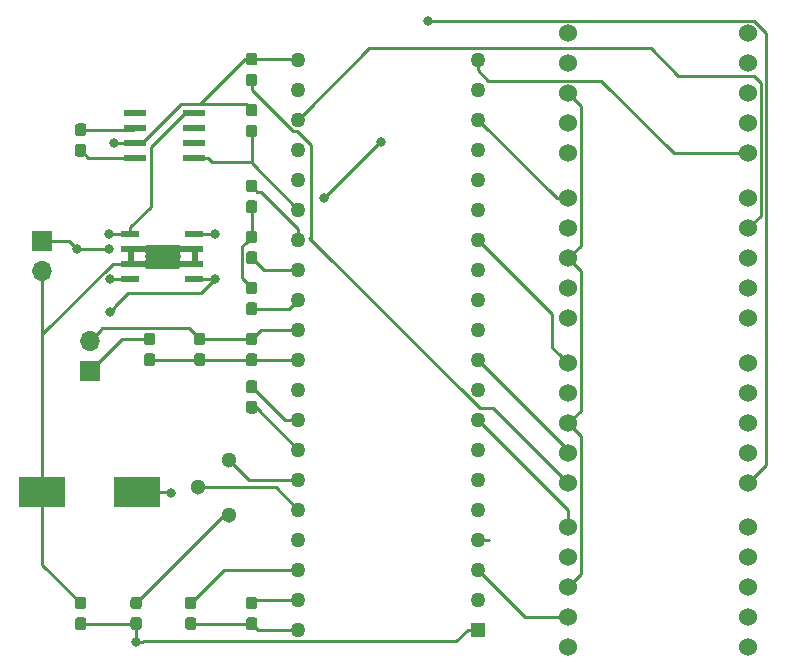
<source format=gbr>
G04 #@! TF.GenerationSoftware,KiCad,Pcbnew,(5.0.0-3-g5ebb6b6)*
G04 #@! TF.CreationDate,2018-10-31T22:03:31-07:00*
G04 #@! TF.ProjectId,Digital Voltmeter,4469676974616C20566F6C746D657465,A*
G04 #@! TF.SameCoordinates,Original*
G04 #@! TF.FileFunction,Copper,L1,Top,Signal*
G04 #@! TF.FilePolarity,Positive*
%FSLAX46Y46*%
G04 Gerber Fmt 4.6, Leading zero omitted, Abs format (unit mm)*
G04 Created by KiCad (PCBNEW (5.0.0-3-g5ebb6b6)) date Wednesday, October 31, 2018 at 10:03:31 PM*
%MOMM*%
%LPD*%
G01*
G04 APERTURE LIST*
G04 #@! TA.AperFunction,ComponentPad*
%ADD10R,1.700000X1.700000*%
G04 #@! TD*
G04 #@! TA.AperFunction,ComponentPad*
%ADD11O,1.700000X1.700000*%
G04 #@! TD*
G04 #@! TA.AperFunction,Conductor*
%ADD12C,0.100000*%
G04 #@! TD*
G04 #@! TA.AperFunction,SMDPad,CuDef*
%ADD13C,0.950000*%
G04 #@! TD*
G04 #@! TA.AperFunction,ComponentPad*
%ADD14C,1.524000*%
G04 #@! TD*
G04 #@! TA.AperFunction,SMDPad,CuDef*
%ADD15R,4.000000X2.500000*%
G04 #@! TD*
G04 #@! TA.AperFunction,ComponentPad*
%ADD16R,1.270000X1.270000*%
G04 #@! TD*
G04 #@! TA.AperFunction,ComponentPad*
%ADD17C,1.270000*%
G04 #@! TD*
G04 #@! TA.AperFunction,ComponentPad*
%ADD18C,1.300000*%
G04 #@! TD*
G04 #@! TA.AperFunction,SMDPad,CuDef*
%ADD19R,1.981200X0.558800*%
G04 #@! TD*
G04 #@! TA.AperFunction,SMDPad,CuDef*
%ADD20R,1.550000X0.600000*%
G04 #@! TD*
G04 #@! TA.AperFunction,ViaPad*
%ADD21C,0.800000*%
G04 #@! TD*
G04 #@! TA.AperFunction,Conductor*
%ADD22C,0.250000*%
G04 #@! TD*
G04 #@! TA.AperFunction,Conductor*
%ADD23C,0.254000*%
G04 #@! TD*
G04 APERTURE END LIST*
D10*
G04 #@! TO.P,J2,1*
G04 #@! TO.N,/Vin=9V*
X108775500Y-98044000D03*
D11*
G04 #@! TO.P,J2,2*
G04 #@! TO.N,GND*
X108775500Y-100584000D03*
G04 #@! TD*
D10*
G04 #@! TO.P,J1,1*
G04 #@! TO.N,/Vin+*
X112776000Y-109029500D03*
D11*
G04 #@! TO.P,J1,2*
G04 #@! TO.N,/Vin-*
X112776000Y-106489500D03*
G04 #@! TD*
D12*
G04 #@! TO.N,Net-(C9-Pad2)*
G04 #@! TO.C,C9*
G36*
X121609279Y-129891144D02*
X121632334Y-129894563D01*
X121654943Y-129900227D01*
X121676887Y-129908079D01*
X121697957Y-129918044D01*
X121717948Y-129930026D01*
X121736668Y-129943910D01*
X121753938Y-129959562D01*
X121769590Y-129976832D01*
X121783474Y-129995552D01*
X121795456Y-130015543D01*
X121805421Y-130036613D01*
X121813273Y-130058557D01*
X121818937Y-130081166D01*
X121822356Y-130104221D01*
X121823500Y-130127500D01*
X121823500Y-130702500D01*
X121822356Y-130725779D01*
X121818937Y-130748834D01*
X121813273Y-130771443D01*
X121805421Y-130793387D01*
X121795456Y-130814457D01*
X121783474Y-130834448D01*
X121769590Y-130853168D01*
X121753938Y-130870438D01*
X121736668Y-130886090D01*
X121717948Y-130899974D01*
X121697957Y-130911956D01*
X121676887Y-130921921D01*
X121654943Y-130929773D01*
X121632334Y-130935437D01*
X121609279Y-130938856D01*
X121586000Y-130940000D01*
X121111000Y-130940000D01*
X121087721Y-130938856D01*
X121064666Y-130935437D01*
X121042057Y-130929773D01*
X121020113Y-130921921D01*
X120999043Y-130911956D01*
X120979052Y-130899974D01*
X120960332Y-130886090D01*
X120943062Y-130870438D01*
X120927410Y-130853168D01*
X120913526Y-130834448D01*
X120901544Y-130814457D01*
X120891579Y-130793387D01*
X120883727Y-130771443D01*
X120878063Y-130748834D01*
X120874644Y-130725779D01*
X120873500Y-130702500D01*
X120873500Y-130127500D01*
X120874644Y-130104221D01*
X120878063Y-130081166D01*
X120883727Y-130058557D01*
X120891579Y-130036613D01*
X120901544Y-130015543D01*
X120913526Y-129995552D01*
X120927410Y-129976832D01*
X120943062Y-129959562D01*
X120960332Y-129943910D01*
X120979052Y-129930026D01*
X120999043Y-129918044D01*
X121020113Y-129908079D01*
X121042057Y-129900227D01*
X121064666Y-129894563D01*
X121087721Y-129891144D01*
X121111000Y-129890000D01*
X121586000Y-129890000D01*
X121609279Y-129891144D01*
X121609279Y-129891144D01*
G37*
D13*
G04 #@! TD*
G04 #@! TO.P,C9,2*
G04 #@! TO.N,Net-(C9-Pad2)*
X121348500Y-130415000D03*
D12*
G04 #@! TO.N,Net-(C9-Pad1)*
G04 #@! TO.C,C9*
G36*
X121609279Y-128141144D02*
X121632334Y-128144563D01*
X121654943Y-128150227D01*
X121676887Y-128158079D01*
X121697957Y-128168044D01*
X121717948Y-128180026D01*
X121736668Y-128193910D01*
X121753938Y-128209562D01*
X121769590Y-128226832D01*
X121783474Y-128245552D01*
X121795456Y-128265543D01*
X121805421Y-128286613D01*
X121813273Y-128308557D01*
X121818937Y-128331166D01*
X121822356Y-128354221D01*
X121823500Y-128377500D01*
X121823500Y-128952500D01*
X121822356Y-128975779D01*
X121818937Y-128998834D01*
X121813273Y-129021443D01*
X121805421Y-129043387D01*
X121795456Y-129064457D01*
X121783474Y-129084448D01*
X121769590Y-129103168D01*
X121753938Y-129120438D01*
X121736668Y-129136090D01*
X121717948Y-129149974D01*
X121697957Y-129161956D01*
X121676887Y-129171921D01*
X121654943Y-129179773D01*
X121632334Y-129185437D01*
X121609279Y-129188856D01*
X121586000Y-129190000D01*
X121111000Y-129190000D01*
X121087721Y-129188856D01*
X121064666Y-129185437D01*
X121042057Y-129179773D01*
X121020113Y-129171921D01*
X120999043Y-129161956D01*
X120979052Y-129149974D01*
X120960332Y-129136090D01*
X120943062Y-129120438D01*
X120927410Y-129103168D01*
X120913526Y-129084448D01*
X120901544Y-129064457D01*
X120891579Y-129043387D01*
X120883727Y-129021443D01*
X120878063Y-128998834D01*
X120874644Y-128975779D01*
X120873500Y-128952500D01*
X120873500Y-128377500D01*
X120874644Y-128354221D01*
X120878063Y-128331166D01*
X120883727Y-128308557D01*
X120891579Y-128286613D01*
X120901544Y-128265543D01*
X120913526Y-128245552D01*
X120927410Y-128226832D01*
X120943062Y-128209562D01*
X120960332Y-128193910D01*
X120979052Y-128180026D01*
X120999043Y-128168044D01*
X121020113Y-128158079D01*
X121042057Y-128150227D01*
X121064666Y-128144563D01*
X121087721Y-128141144D01*
X121111000Y-128140000D01*
X121586000Y-128140000D01*
X121609279Y-128141144D01*
X121609279Y-128141144D01*
G37*
D13*
G04 #@! TD*
G04 #@! TO.P,C9,1*
G04 #@! TO.N,Net-(C9-Pad1)*
X121348500Y-128665000D03*
D12*
G04 #@! TO.N,Net-(C8-Pad1)*
G04 #@! TO.C,C8*
G36*
X126752779Y-92835144D02*
X126775834Y-92838563D01*
X126798443Y-92844227D01*
X126820387Y-92852079D01*
X126841457Y-92862044D01*
X126861448Y-92874026D01*
X126880168Y-92887910D01*
X126897438Y-92903562D01*
X126913090Y-92920832D01*
X126926974Y-92939552D01*
X126938956Y-92959543D01*
X126948921Y-92980613D01*
X126956773Y-93002557D01*
X126962437Y-93025166D01*
X126965856Y-93048221D01*
X126967000Y-93071500D01*
X126967000Y-93646500D01*
X126965856Y-93669779D01*
X126962437Y-93692834D01*
X126956773Y-93715443D01*
X126948921Y-93737387D01*
X126938956Y-93758457D01*
X126926974Y-93778448D01*
X126913090Y-93797168D01*
X126897438Y-93814438D01*
X126880168Y-93830090D01*
X126861448Y-93843974D01*
X126841457Y-93855956D01*
X126820387Y-93865921D01*
X126798443Y-93873773D01*
X126775834Y-93879437D01*
X126752779Y-93882856D01*
X126729500Y-93884000D01*
X126254500Y-93884000D01*
X126231221Y-93882856D01*
X126208166Y-93879437D01*
X126185557Y-93873773D01*
X126163613Y-93865921D01*
X126142543Y-93855956D01*
X126122552Y-93843974D01*
X126103832Y-93830090D01*
X126086562Y-93814438D01*
X126070910Y-93797168D01*
X126057026Y-93778448D01*
X126045044Y-93758457D01*
X126035079Y-93737387D01*
X126027227Y-93715443D01*
X126021563Y-93692834D01*
X126018144Y-93669779D01*
X126017000Y-93646500D01*
X126017000Y-93071500D01*
X126018144Y-93048221D01*
X126021563Y-93025166D01*
X126027227Y-93002557D01*
X126035079Y-92980613D01*
X126045044Y-92959543D01*
X126057026Y-92939552D01*
X126070910Y-92920832D01*
X126086562Y-92903562D01*
X126103832Y-92887910D01*
X126122552Y-92874026D01*
X126142543Y-92862044D01*
X126163613Y-92852079D01*
X126185557Y-92844227D01*
X126208166Y-92838563D01*
X126231221Y-92835144D01*
X126254500Y-92834000D01*
X126729500Y-92834000D01*
X126752779Y-92835144D01*
X126752779Y-92835144D01*
G37*
D13*
G04 #@! TD*
G04 #@! TO.P,C8,1*
G04 #@! TO.N,Net-(C8-Pad1)*
X126492000Y-93359000D03*
D12*
G04 #@! TO.N,Net-(C7-Pad2)*
G04 #@! TO.C,C8*
G36*
X126752779Y-94585144D02*
X126775834Y-94588563D01*
X126798443Y-94594227D01*
X126820387Y-94602079D01*
X126841457Y-94612044D01*
X126861448Y-94624026D01*
X126880168Y-94637910D01*
X126897438Y-94653562D01*
X126913090Y-94670832D01*
X126926974Y-94689552D01*
X126938956Y-94709543D01*
X126948921Y-94730613D01*
X126956773Y-94752557D01*
X126962437Y-94775166D01*
X126965856Y-94798221D01*
X126967000Y-94821500D01*
X126967000Y-95396500D01*
X126965856Y-95419779D01*
X126962437Y-95442834D01*
X126956773Y-95465443D01*
X126948921Y-95487387D01*
X126938956Y-95508457D01*
X126926974Y-95528448D01*
X126913090Y-95547168D01*
X126897438Y-95564438D01*
X126880168Y-95580090D01*
X126861448Y-95593974D01*
X126841457Y-95605956D01*
X126820387Y-95615921D01*
X126798443Y-95623773D01*
X126775834Y-95629437D01*
X126752779Y-95632856D01*
X126729500Y-95634000D01*
X126254500Y-95634000D01*
X126231221Y-95632856D01*
X126208166Y-95629437D01*
X126185557Y-95623773D01*
X126163613Y-95615921D01*
X126142543Y-95605956D01*
X126122552Y-95593974D01*
X126103832Y-95580090D01*
X126086562Y-95564438D01*
X126070910Y-95547168D01*
X126057026Y-95528448D01*
X126045044Y-95508457D01*
X126035079Y-95487387D01*
X126027227Y-95465443D01*
X126021563Y-95442834D01*
X126018144Y-95419779D01*
X126017000Y-95396500D01*
X126017000Y-94821500D01*
X126018144Y-94798221D01*
X126021563Y-94775166D01*
X126027227Y-94752557D01*
X126035079Y-94730613D01*
X126045044Y-94709543D01*
X126057026Y-94689552D01*
X126070910Y-94670832D01*
X126086562Y-94653562D01*
X126103832Y-94637910D01*
X126122552Y-94624026D01*
X126142543Y-94612044D01*
X126163613Y-94602079D01*
X126185557Y-94594227D01*
X126208166Y-94588563D01*
X126231221Y-94585144D01*
X126254500Y-94584000D01*
X126729500Y-94584000D01*
X126752779Y-94585144D01*
X126752779Y-94585144D01*
G37*
D13*
G04 #@! TD*
G04 #@! TO.P,C8,2*
G04 #@! TO.N,Net-(C7-Pad2)*
X126492000Y-95109000D03*
D12*
G04 #@! TO.N,Net-(C7-Pad2)*
G04 #@! TO.C,C7*
G36*
X126752779Y-101471144D02*
X126775834Y-101474563D01*
X126798443Y-101480227D01*
X126820387Y-101488079D01*
X126841457Y-101498044D01*
X126861448Y-101510026D01*
X126880168Y-101523910D01*
X126897438Y-101539562D01*
X126913090Y-101556832D01*
X126926974Y-101575552D01*
X126938956Y-101595543D01*
X126948921Y-101616613D01*
X126956773Y-101638557D01*
X126962437Y-101661166D01*
X126965856Y-101684221D01*
X126967000Y-101707500D01*
X126967000Y-102282500D01*
X126965856Y-102305779D01*
X126962437Y-102328834D01*
X126956773Y-102351443D01*
X126948921Y-102373387D01*
X126938956Y-102394457D01*
X126926974Y-102414448D01*
X126913090Y-102433168D01*
X126897438Y-102450438D01*
X126880168Y-102466090D01*
X126861448Y-102479974D01*
X126841457Y-102491956D01*
X126820387Y-102501921D01*
X126798443Y-102509773D01*
X126775834Y-102515437D01*
X126752779Y-102518856D01*
X126729500Y-102520000D01*
X126254500Y-102520000D01*
X126231221Y-102518856D01*
X126208166Y-102515437D01*
X126185557Y-102509773D01*
X126163613Y-102501921D01*
X126142543Y-102491956D01*
X126122552Y-102479974D01*
X126103832Y-102466090D01*
X126086562Y-102450438D01*
X126070910Y-102433168D01*
X126057026Y-102414448D01*
X126045044Y-102394457D01*
X126035079Y-102373387D01*
X126027227Y-102351443D01*
X126021563Y-102328834D01*
X126018144Y-102305779D01*
X126017000Y-102282500D01*
X126017000Y-101707500D01*
X126018144Y-101684221D01*
X126021563Y-101661166D01*
X126027227Y-101638557D01*
X126035079Y-101616613D01*
X126045044Y-101595543D01*
X126057026Y-101575552D01*
X126070910Y-101556832D01*
X126086562Y-101539562D01*
X126103832Y-101523910D01*
X126122552Y-101510026D01*
X126142543Y-101498044D01*
X126163613Y-101488079D01*
X126185557Y-101480227D01*
X126208166Y-101474563D01*
X126231221Y-101471144D01*
X126254500Y-101470000D01*
X126729500Y-101470000D01*
X126752779Y-101471144D01*
X126752779Y-101471144D01*
G37*
D13*
G04 #@! TD*
G04 #@! TO.P,C7,2*
G04 #@! TO.N,Net-(C7-Pad2)*
X126492000Y-101995000D03*
D12*
G04 #@! TO.N,Net-(C7-Pad1)*
G04 #@! TO.C,C7*
G36*
X126752779Y-103221144D02*
X126775834Y-103224563D01*
X126798443Y-103230227D01*
X126820387Y-103238079D01*
X126841457Y-103248044D01*
X126861448Y-103260026D01*
X126880168Y-103273910D01*
X126897438Y-103289562D01*
X126913090Y-103306832D01*
X126926974Y-103325552D01*
X126938956Y-103345543D01*
X126948921Y-103366613D01*
X126956773Y-103388557D01*
X126962437Y-103411166D01*
X126965856Y-103434221D01*
X126967000Y-103457500D01*
X126967000Y-104032500D01*
X126965856Y-104055779D01*
X126962437Y-104078834D01*
X126956773Y-104101443D01*
X126948921Y-104123387D01*
X126938956Y-104144457D01*
X126926974Y-104164448D01*
X126913090Y-104183168D01*
X126897438Y-104200438D01*
X126880168Y-104216090D01*
X126861448Y-104229974D01*
X126841457Y-104241956D01*
X126820387Y-104251921D01*
X126798443Y-104259773D01*
X126775834Y-104265437D01*
X126752779Y-104268856D01*
X126729500Y-104270000D01*
X126254500Y-104270000D01*
X126231221Y-104268856D01*
X126208166Y-104265437D01*
X126185557Y-104259773D01*
X126163613Y-104251921D01*
X126142543Y-104241956D01*
X126122552Y-104229974D01*
X126103832Y-104216090D01*
X126086562Y-104200438D01*
X126070910Y-104183168D01*
X126057026Y-104164448D01*
X126045044Y-104144457D01*
X126035079Y-104123387D01*
X126027227Y-104101443D01*
X126021563Y-104078834D01*
X126018144Y-104055779D01*
X126017000Y-104032500D01*
X126017000Y-103457500D01*
X126018144Y-103434221D01*
X126021563Y-103411166D01*
X126027227Y-103388557D01*
X126035079Y-103366613D01*
X126045044Y-103345543D01*
X126057026Y-103325552D01*
X126070910Y-103306832D01*
X126086562Y-103289562D01*
X126103832Y-103273910D01*
X126122552Y-103260026D01*
X126142543Y-103248044D01*
X126163613Y-103238079D01*
X126185557Y-103230227D01*
X126208166Y-103224563D01*
X126231221Y-103221144D01*
X126254500Y-103220000D01*
X126729500Y-103220000D01*
X126752779Y-103221144D01*
X126752779Y-103221144D01*
G37*
D13*
G04 #@! TD*
G04 #@! TO.P,C7,1*
G04 #@! TO.N,Net-(C7-Pad1)*
X126492000Y-103745000D03*
D12*
G04 #@! TO.N,Net-(C6-Pad1)*
G04 #@! TO.C,C6*
G36*
X126752779Y-109830144D02*
X126775834Y-109833563D01*
X126798443Y-109839227D01*
X126820387Y-109847079D01*
X126841457Y-109857044D01*
X126861448Y-109869026D01*
X126880168Y-109882910D01*
X126897438Y-109898562D01*
X126913090Y-109915832D01*
X126926974Y-109934552D01*
X126938956Y-109954543D01*
X126948921Y-109975613D01*
X126956773Y-109997557D01*
X126962437Y-110020166D01*
X126965856Y-110043221D01*
X126967000Y-110066500D01*
X126967000Y-110641500D01*
X126965856Y-110664779D01*
X126962437Y-110687834D01*
X126956773Y-110710443D01*
X126948921Y-110732387D01*
X126938956Y-110753457D01*
X126926974Y-110773448D01*
X126913090Y-110792168D01*
X126897438Y-110809438D01*
X126880168Y-110825090D01*
X126861448Y-110838974D01*
X126841457Y-110850956D01*
X126820387Y-110860921D01*
X126798443Y-110868773D01*
X126775834Y-110874437D01*
X126752779Y-110877856D01*
X126729500Y-110879000D01*
X126254500Y-110879000D01*
X126231221Y-110877856D01*
X126208166Y-110874437D01*
X126185557Y-110868773D01*
X126163613Y-110860921D01*
X126142543Y-110850956D01*
X126122552Y-110838974D01*
X126103832Y-110825090D01*
X126086562Y-110809438D01*
X126070910Y-110792168D01*
X126057026Y-110773448D01*
X126045044Y-110753457D01*
X126035079Y-110732387D01*
X126027227Y-110710443D01*
X126021563Y-110687834D01*
X126018144Y-110664779D01*
X126017000Y-110641500D01*
X126017000Y-110066500D01*
X126018144Y-110043221D01*
X126021563Y-110020166D01*
X126027227Y-109997557D01*
X126035079Y-109975613D01*
X126045044Y-109954543D01*
X126057026Y-109934552D01*
X126070910Y-109915832D01*
X126086562Y-109898562D01*
X126103832Y-109882910D01*
X126122552Y-109869026D01*
X126142543Y-109857044D01*
X126163613Y-109847079D01*
X126185557Y-109839227D01*
X126208166Y-109833563D01*
X126231221Y-109830144D01*
X126254500Y-109829000D01*
X126729500Y-109829000D01*
X126752779Y-109830144D01*
X126752779Y-109830144D01*
G37*
D13*
G04 #@! TD*
G04 #@! TO.P,C6,1*
G04 #@! TO.N,Net-(C6-Pad1)*
X126492000Y-110354000D03*
D12*
G04 #@! TO.N,Net-(C6-Pad2)*
G04 #@! TO.C,C6*
G36*
X126752779Y-111580144D02*
X126775834Y-111583563D01*
X126798443Y-111589227D01*
X126820387Y-111597079D01*
X126841457Y-111607044D01*
X126861448Y-111619026D01*
X126880168Y-111632910D01*
X126897438Y-111648562D01*
X126913090Y-111665832D01*
X126926974Y-111684552D01*
X126938956Y-111704543D01*
X126948921Y-111725613D01*
X126956773Y-111747557D01*
X126962437Y-111770166D01*
X126965856Y-111793221D01*
X126967000Y-111816500D01*
X126967000Y-112391500D01*
X126965856Y-112414779D01*
X126962437Y-112437834D01*
X126956773Y-112460443D01*
X126948921Y-112482387D01*
X126938956Y-112503457D01*
X126926974Y-112523448D01*
X126913090Y-112542168D01*
X126897438Y-112559438D01*
X126880168Y-112575090D01*
X126861448Y-112588974D01*
X126841457Y-112600956D01*
X126820387Y-112610921D01*
X126798443Y-112618773D01*
X126775834Y-112624437D01*
X126752779Y-112627856D01*
X126729500Y-112629000D01*
X126254500Y-112629000D01*
X126231221Y-112627856D01*
X126208166Y-112624437D01*
X126185557Y-112618773D01*
X126163613Y-112610921D01*
X126142543Y-112600956D01*
X126122552Y-112588974D01*
X126103832Y-112575090D01*
X126086562Y-112559438D01*
X126070910Y-112542168D01*
X126057026Y-112523448D01*
X126045044Y-112503457D01*
X126035079Y-112482387D01*
X126027227Y-112460443D01*
X126021563Y-112437834D01*
X126018144Y-112414779D01*
X126017000Y-112391500D01*
X126017000Y-111816500D01*
X126018144Y-111793221D01*
X126021563Y-111770166D01*
X126027227Y-111747557D01*
X126035079Y-111725613D01*
X126045044Y-111704543D01*
X126057026Y-111684552D01*
X126070910Y-111665832D01*
X126086562Y-111648562D01*
X126103832Y-111632910D01*
X126122552Y-111619026D01*
X126142543Y-111607044D01*
X126163613Y-111597079D01*
X126185557Y-111589227D01*
X126208166Y-111583563D01*
X126231221Y-111580144D01*
X126254500Y-111579000D01*
X126729500Y-111579000D01*
X126752779Y-111580144D01*
X126752779Y-111580144D01*
G37*
D13*
G04 #@! TD*
G04 #@! TO.P,C6,2*
G04 #@! TO.N,Net-(C6-Pad2)*
X126492000Y-112104000D03*
D12*
G04 #@! TO.N,Net-(C5-Pad2)*
G04 #@! TO.C,C5*
G36*
X122371279Y-107539144D02*
X122394334Y-107542563D01*
X122416943Y-107548227D01*
X122438887Y-107556079D01*
X122459957Y-107566044D01*
X122479948Y-107578026D01*
X122498668Y-107591910D01*
X122515938Y-107607562D01*
X122531590Y-107624832D01*
X122545474Y-107643552D01*
X122557456Y-107663543D01*
X122567421Y-107684613D01*
X122575273Y-107706557D01*
X122580937Y-107729166D01*
X122584356Y-107752221D01*
X122585500Y-107775500D01*
X122585500Y-108350500D01*
X122584356Y-108373779D01*
X122580937Y-108396834D01*
X122575273Y-108419443D01*
X122567421Y-108441387D01*
X122557456Y-108462457D01*
X122545474Y-108482448D01*
X122531590Y-108501168D01*
X122515938Y-108518438D01*
X122498668Y-108534090D01*
X122479948Y-108547974D01*
X122459957Y-108559956D01*
X122438887Y-108569921D01*
X122416943Y-108577773D01*
X122394334Y-108583437D01*
X122371279Y-108586856D01*
X122348000Y-108588000D01*
X121873000Y-108588000D01*
X121849721Y-108586856D01*
X121826666Y-108583437D01*
X121804057Y-108577773D01*
X121782113Y-108569921D01*
X121761043Y-108559956D01*
X121741052Y-108547974D01*
X121722332Y-108534090D01*
X121705062Y-108518438D01*
X121689410Y-108501168D01*
X121675526Y-108482448D01*
X121663544Y-108462457D01*
X121653579Y-108441387D01*
X121645727Y-108419443D01*
X121640063Y-108396834D01*
X121636644Y-108373779D01*
X121635500Y-108350500D01*
X121635500Y-107775500D01*
X121636644Y-107752221D01*
X121640063Y-107729166D01*
X121645727Y-107706557D01*
X121653579Y-107684613D01*
X121663544Y-107663543D01*
X121675526Y-107643552D01*
X121689410Y-107624832D01*
X121705062Y-107607562D01*
X121722332Y-107591910D01*
X121741052Y-107578026D01*
X121761043Y-107566044D01*
X121782113Y-107556079D01*
X121804057Y-107548227D01*
X121826666Y-107542563D01*
X121849721Y-107539144D01*
X121873000Y-107538000D01*
X122348000Y-107538000D01*
X122371279Y-107539144D01*
X122371279Y-107539144D01*
G37*
D13*
G04 #@! TD*
G04 #@! TO.P,C5,2*
G04 #@! TO.N,Net-(C5-Pad2)*
X122110500Y-108063000D03*
D12*
G04 #@! TO.N,/Vin-*
G04 #@! TO.C,C5*
G36*
X122371279Y-105789144D02*
X122394334Y-105792563D01*
X122416943Y-105798227D01*
X122438887Y-105806079D01*
X122459957Y-105816044D01*
X122479948Y-105828026D01*
X122498668Y-105841910D01*
X122515938Y-105857562D01*
X122531590Y-105874832D01*
X122545474Y-105893552D01*
X122557456Y-105913543D01*
X122567421Y-105934613D01*
X122575273Y-105956557D01*
X122580937Y-105979166D01*
X122584356Y-106002221D01*
X122585500Y-106025500D01*
X122585500Y-106600500D01*
X122584356Y-106623779D01*
X122580937Y-106646834D01*
X122575273Y-106669443D01*
X122567421Y-106691387D01*
X122557456Y-106712457D01*
X122545474Y-106732448D01*
X122531590Y-106751168D01*
X122515938Y-106768438D01*
X122498668Y-106784090D01*
X122479948Y-106797974D01*
X122459957Y-106809956D01*
X122438887Y-106819921D01*
X122416943Y-106827773D01*
X122394334Y-106833437D01*
X122371279Y-106836856D01*
X122348000Y-106838000D01*
X121873000Y-106838000D01*
X121849721Y-106836856D01*
X121826666Y-106833437D01*
X121804057Y-106827773D01*
X121782113Y-106819921D01*
X121761043Y-106809956D01*
X121741052Y-106797974D01*
X121722332Y-106784090D01*
X121705062Y-106768438D01*
X121689410Y-106751168D01*
X121675526Y-106732448D01*
X121663544Y-106712457D01*
X121653579Y-106691387D01*
X121645727Y-106669443D01*
X121640063Y-106646834D01*
X121636644Y-106623779D01*
X121635500Y-106600500D01*
X121635500Y-106025500D01*
X121636644Y-106002221D01*
X121640063Y-105979166D01*
X121645727Y-105956557D01*
X121653579Y-105934613D01*
X121663544Y-105913543D01*
X121675526Y-105893552D01*
X121689410Y-105874832D01*
X121705062Y-105857562D01*
X121722332Y-105841910D01*
X121741052Y-105828026D01*
X121761043Y-105816044D01*
X121782113Y-105806079D01*
X121804057Y-105798227D01*
X121826666Y-105792563D01*
X121849721Y-105789144D01*
X121873000Y-105788000D01*
X122348000Y-105788000D01*
X122371279Y-105789144D01*
X122371279Y-105789144D01*
G37*
D13*
G04 #@! TD*
G04 #@! TO.P,C5,1*
G04 #@! TO.N,/Vin-*
X122110500Y-106313000D03*
D12*
G04 #@! TO.N,-5V*
G04 #@! TO.C,C4*
G36*
X126752779Y-88171644D02*
X126775834Y-88175063D01*
X126798443Y-88180727D01*
X126820387Y-88188579D01*
X126841457Y-88198544D01*
X126861448Y-88210526D01*
X126880168Y-88224410D01*
X126897438Y-88240062D01*
X126913090Y-88257332D01*
X126926974Y-88276052D01*
X126938956Y-88296043D01*
X126948921Y-88317113D01*
X126956773Y-88339057D01*
X126962437Y-88361666D01*
X126965856Y-88384721D01*
X126967000Y-88408000D01*
X126967000Y-88983000D01*
X126965856Y-89006279D01*
X126962437Y-89029334D01*
X126956773Y-89051943D01*
X126948921Y-89073887D01*
X126938956Y-89094957D01*
X126926974Y-89114948D01*
X126913090Y-89133668D01*
X126897438Y-89150938D01*
X126880168Y-89166590D01*
X126861448Y-89180474D01*
X126841457Y-89192456D01*
X126820387Y-89202421D01*
X126798443Y-89210273D01*
X126775834Y-89215937D01*
X126752779Y-89219356D01*
X126729500Y-89220500D01*
X126254500Y-89220500D01*
X126231221Y-89219356D01*
X126208166Y-89215937D01*
X126185557Y-89210273D01*
X126163613Y-89202421D01*
X126142543Y-89192456D01*
X126122552Y-89180474D01*
X126103832Y-89166590D01*
X126086562Y-89150938D01*
X126070910Y-89133668D01*
X126057026Y-89114948D01*
X126045044Y-89094957D01*
X126035079Y-89073887D01*
X126027227Y-89051943D01*
X126021563Y-89029334D01*
X126018144Y-89006279D01*
X126017000Y-88983000D01*
X126017000Y-88408000D01*
X126018144Y-88384721D01*
X126021563Y-88361666D01*
X126027227Y-88339057D01*
X126035079Y-88317113D01*
X126045044Y-88296043D01*
X126057026Y-88276052D01*
X126070910Y-88257332D01*
X126086562Y-88240062D01*
X126103832Y-88224410D01*
X126122552Y-88210526D01*
X126142543Y-88198544D01*
X126163613Y-88188579D01*
X126185557Y-88180727D01*
X126208166Y-88175063D01*
X126231221Y-88171644D01*
X126254500Y-88170500D01*
X126729500Y-88170500D01*
X126752779Y-88171644D01*
X126752779Y-88171644D01*
G37*
D13*
G04 #@! TD*
G04 #@! TO.P,C4,1*
G04 #@! TO.N,-5V*
X126492000Y-88695500D03*
D12*
G04 #@! TO.N,GND*
G04 #@! TO.C,C4*
G36*
X126752779Y-86421644D02*
X126775834Y-86425063D01*
X126798443Y-86430727D01*
X126820387Y-86438579D01*
X126841457Y-86448544D01*
X126861448Y-86460526D01*
X126880168Y-86474410D01*
X126897438Y-86490062D01*
X126913090Y-86507332D01*
X126926974Y-86526052D01*
X126938956Y-86546043D01*
X126948921Y-86567113D01*
X126956773Y-86589057D01*
X126962437Y-86611666D01*
X126965856Y-86634721D01*
X126967000Y-86658000D01*
X126967000Y-87233000D01*
X126965856Y-87256279D01*
X126962437Y-87279334D01*
X126956773Y-87301943D01*
X126948921Y-87323887D01*
X126938956Y-87344957D01*
X126926974Y-87364948D01*
X126913090Y-87383668D01*
X126897438Y-87400938D01*
X126880168Y-87416590D01*
X126861448Y-87430474D01*
X126841457Y-87442456D01*
X126820387Y-87452421D01*
X126798443Y-87460273D01*
X126775834Y-87465937D01*
X126752779Y-87469356D01*
X126729500Y-87470500D01*
X126254500Y-87470500D01*
X126231221Y-87469356D01*
X126208166Y-87465937D01*
X126185557Y-87460273D01*
X126163613Y-87452421D01*
X126142543Y-87442456D01*
X126122552Y-87430474D01*
X126103832Y-87416590D01*
X126086562Y-87400938D01*
X126070910Y-87383668D01*
X126057026Y-87364948D01*
X126045044Y-87344957D01*
X126035079Y-87323887D01*
X126027227Y-87301943D01*
X126021563Y-87279334D01*
X126018144Y-87256279D01*
X126017000Y-87233000D01*
X126017000Y-86658000D01*
X126018144Y-86634721D01*
X126021563Y-86611666D01*
X126027227Y-86589057D01*
X126035079Y-86567113D01*
X126045044Y-86546043D01*
X126057026Y-86526052D01*
X126070910Y-86507332D01*
X126086562Y-86490062D01*
X126103832Y-86474410D01*
X126122552Y-86460526D01*
X126142543Y-86448544D01*
X126163613Y-86438579D01*
X126185557Y-86430727D01*
X126208166Y-86425063D01*
X126231221Y-86421644D01*
X126254500Y-86420500D01*
X126729500Y-86420500D01*
X126752779Y-86421644D01*
X126752779Y-86421644D01*
G37*
D13*
G04 #@! TD*
G04 #@! TO.P,C4,2*
G04 #@! TO.N,GND*
X126492000Y-86945500D03*
D12*
G04 #@! TO.N,Net-(C3-Pad2)*
G04 #@! TO.C,C3*
G36*
X112274779Y-89822644D02*
X112297834Y-89826063D01*
X112320443Y-89831727D01*
X112342387Y-89839579D01*
X112363457Y-89849544D01*
X112383448Y-89861526D01*
X112402168Y-89875410D01*
X112419438Y-89891062D01*
X112435090Y-89908332D01*
X112448974Y-89927052D01*
X112460956Y-89947043D01*
X112470921Y-89968113D01*
X112478773Y-89990057D01*
X112484437Y-90012666D01*
X112487856Y-90035721D01*
X112489000Y-90059000D01*
X112489000Y-90634000D01*
X112487856Y-90657279D01*
X112484437Y-90680334D01*
X112478773Y-90702943D01*
X112470921Y-90724887D01*
X112460956Y-90745957D01*
X112448974Y-90765948D01*
X112435090Y-90784668D01*
X112419438Y-90801938D01*
X112402168Y-90817590D01*
X112383448Y-90831474D01*
X112363457Y-90843456D01*
X112342387Y-90853421D01*
X112320443Y-90861273D01*
X112297834Y-90866937D01*
X112274779Y-90870356D01*
X112251500Y-90871500D01*
X111776500Y-90871500D01*
X111753221Y-90870356D01*
X111730166Y-90866937D01*
X111707557Y-90861273D01*
X111685613Y-90853421D01*
X111664543Y-90843456D01*
X111644552Y-90831474D01*
X111625832Y-90817590D01*
X111608562Y-90801938D01*
X111592910Y-90784668D01*
X111579026Y-90765948D01*
X111567044Y-90745957D01*
X111557079Y-90724887D01*
X111549227Y-90702943D01*
X111543563Y-90680334D01*
X111540144Y-90657279D01*
X111539000Y-90634000D01*
X111539000Y-90059000D01*
X111540144Y-90035721D01*
X111543563Y-90012666D01*
X111549227Y-89990057D01*
X111557079Y-89968113D01*
X111567044Y-89947043D01*
X111579026Y-89927052D01*
X111592910Y-89908332D01*
X111608562Y-89891062D01*
X111625832Y-89875410D01*
X111644552Y-89861526D01*
X111664543Y-89849544D01*
X111685613Y-89839579D01*
X111707557Y-89831727D01*
X111730166Y-89826063D01*
X111753221Y-89822644D01*
X111776500Y-89821500D01*
X112251500Y-89821500D01*
X112274779Y-89822644D01*
X112274779Y-89822644D01*
G37*
D13*
G04 #@! TD*
G04 #@! TO.P,C3,2*
G04 #@! TO.N,Net-(C3-Pad2)*
X112014000Y-90346500D03*
D12*
G04 #@! TO.N,Net-(C3-Pad1)*
G04 #@! TO.C,C3*
G36*
X112274779Y-88072644D02*
X112297834Y-88076063D01*
X112320443Y-88081727D01*
X112342387Y-88089579D01*
X112363457Y-88099544D01*
X112383448Y-88111526D01*
X112402168Y-88125410D01*
X112419438Y-88141062D01*
X112435090Y-88158332D01*
X112448974Y-88177052D01*
X112460956Y-88197043D01*
X112470921Y-88218113D01*
X112478773Y-88240057D01*
X112484437Y-88262666D01*
X112487856Y-88285721D01*
X112489000Y-88309000D01*
X112489000Y-88884000D01*
X112487856Y-88907279D01*
X112484437Y-88930334D01*
X112478773Y-88952943D01*
X112470921Y-88974887D01*
X112460956Y-88995957D01*
X112448974Y-89015948D01*
X112435090Y-89034668D01*
X112419438Y-89051938D01*
X112402168Y-89067590D01*
X112383448Y-89081474D01*
X112363457Y-89093456D01*
X112342387Y-89103421D01*
X112320443Y-89111273D01*
X112297834Y-89116937D01*
X112274779Y-89120356D01*
X112251500Y-89121500D01*
X111776500Y-89121500D01*
X111753221Y-89120356D01*
X111730166Y-89116937D01*
X111707557Y-89111273D01*
X111685613Y-89103421D01*
X111664543Y-89093456D01*
X111644552Y-89081474D01*
X111625832Y-89067590D01*
X111608562Y-89051938D01*
X111592910Y-89034668D01*
X111579026Y-89015948D01*
X111567044Y-88995957D01*
X111557079Y-88974887D01*
X111549227Y-88952943D01*
X111543563Y-88930334D01*
X111540144Y-88907279D01*
X111539000Y-88884000D01*
X111539000Y-88309000D01*
X111540144Y-88285721D01*
X111543563Y-88262666D01*
X111549227Y-88240057D01*
X111557079Y-88218113D01*
X111567044Y-88197043D01*
X111579026Y-88177052D01*
X111592910Y-88158332D01*
X111608562Y-88141062D01*
X111625832Y-88125410D01*
X111644552Y-88111526D01*
X111664543Y-88099544D01*
X111685613Y-88089579D01*
X111707557Y-88081727D01*
X111730166Y-88076063D01*
X111753221Y-88072644D01*
X111776500Y-88071500D01*
X112251500Y-88071500D01*
X112274779Y-88072644D01*
X112274779Y-88072644D01*
G37*
D13*
G04 #@! TD*
G04 #@! TO.P,C3,1*
G04 #@! TO.N,Net-(C3-Pad1)*
X112014000Y-88596500D03*
D12*
G04 #@! TO.N,5V*
G04 #@! TO.C,C2*
G36*
X112274779Y-129891144D02*
X112297834Y-129894563D01*
X112320443Y-129900227D01*
X112342387Y-129908079D01*
X112363457Y-129918044D01*
X112383448Y-129930026D01*
X112402168Y-129943910D01*
X112419438Y-129959562D01*
X112435090Y-129976832D01*
X112448974Y-129995552D01*
X112460956Y-130015543D01*
X112470921Y-130036613D01*
X112478773Y-130058557D01*
X112484437Y-130081166D01*
X112487856Y-130104221D01*
X112489000Y-130127500D01*
X112489000Y-130702500D01*
X112487856Y-130725779D01*
X112484437Y-130748834D01*
X112478773Y-130771443D01*
X112470921Y-130793387D01*
X112460956Y-130814457D01*
X112448974Y-130834448D01*
X112435090Y-130853168D01*
X112419438Y-130870438D01*
X112402168Y-130886090D01*
X112383448Y-130899974D01*
X112363457Y-130911956D01*
X112342387Y-130921921D01*
X112320443Y-130929773D01*
X112297834Y-130935437D01*
X112274779Y-130938856D01*
X112251500Y-130940000D01*
X111776500Y-130940000D01*
X111753221Y-130938856D01*
X111730166Y-130935437D01*
X111707557Y-130929773D01*
X111685613Y-130921921D01*
X111664543Y-130911956D01*
X111644552Y-130899974D01*
X111625832Y-130886090D01*
X111608562Y-130870438D01*
X111592910Y-130853168D01*
X111579026Y-130834448D01*
X111567044Y-130814457D01*
X111557079Y-130793387D01*
X111549227Y-130771443D01*
X111543563Y-130748834D01*
X111540144Y-130725779D01*
X111539000Y-130702500D01*
X111539000Y-130127500D01*
X111540144Y-130104221D01*
X111543563Y-130081166D01*
X111549227Y-130058557D01*
X111557079Y-130036613D01*
X111567044Y-130015543D01*
X111579026Y-129995552D01*
X111592910Y-129976832D01*
X111608562Y-129959562D01*
X111625832Y-129943910D01*
X111644552Y-129930026D01*
X111664543Y-129918044D01*
X111685613Y-129908079D01*
X111707557Y-129900227D01*
X111730166Y-129894563D01*
X111753221Y-129891144D01*
X111776500Y-129890000D01*
X112251500Y-129890000D01*
X112274779Y-129891144D01*
X112274779Y-129891144D01*
G37*
D13*
G04 #@! TD*
G04 #@! TO.P,C2,1*
G04 #@! TO.N,5V*
X112014000Y-130415000D03*
D12*
G04 #@! TO.N,GND*
G04 #@! TO.C,C2*
G36*
X112274779Y-128141144D02*
X112297834Y-128144563D01*
X112320443Y-128150227D01*
X112342387Y-128158079D01*
X112363457Y-128168044D01*
X112383448Y-128180026D01*
X112402168Y-128193910D01*
X112419438Y-128209562D01*
X112435090Y-128226832D01*
X112448974Y-128245552D01*
X112460956Y-128265543D01*
X112470921Y-128286613D01*
X112478773Y-128308557D01*
X112484437Y-128331166D01*
X112487856Y-128354221D01*
X112489000Y-128377500D01*
X112489000Y-128952500D01*
X112487856Y-128975779D01*
X112484437Y-128998834D01*
X112478773Y-129021443D01*
X112470921Y-129043387D01*
X112460956Y-129064457D01*
X112448974Y-129084448D01*
X112435090Y-129103168D01*
X112419438Y-129120438D01*
X112402168Y-129136090D01*
X112383448Y-129149974D01*
X112363457Y-129161956D01*
X112342387Y-129171921D01*
X112320443Y-129179773D01*
X112297834Y-129185437D01*
X112274779Y-129188856D01*
X112251500Y-129190000D01*
X111776500Y-129190000D01*
X111753221Y-129188856D01*
X111730166Y-129185437D01*
X111707557Y-129179773D01*
X111685613Y-129171921D01*
X111664543Y-129161956D01*
X111644552Y-129149974D01*
X111625832Y-129136090D01*
X111608562Y-129120438D01*
X111592910Y-129103168D01*
X111579026Y-129084448D01*
X111567044Y-129064457D01*
X111557079Y-129043387D01*
X111549227Y-129021443D01*
X111543563Y-128998834D01*
X111540144Y-128975779D01*
X111539000Y-128952500D01*
X111539000Y-128377500D01*
X111540144Y-128354221D01*
X111543563Y-128331166D01*
X111549227Y-128308557D01*
X111557079Y-128286613D01*
X111567044Y-128265543D01*
X111579026Y-128245552D01*
X111592910Y-128226832D01*
X111608562Y-128209562D01*
X111625832Y-128193910D01*
X111644552Y-128180026D01*
X111664543Y-128168044D01*
X111685613Y-128158079D01*
X111707557Y-128150227D01*
X111730166Y-128144563D01*
X111753221Y-128141144D01*
X111776500Y-128140000D01*
X112251500Y-128140000D01*
X112274779Y-128141144D01*
X112274779Y-128141144D01*
G37*
D13*
G04 #@! TD*
G04 #@! TO.P,C2,2*
G04 #@! TO.N,GND*
X112014000Y-128665000D03*
D12*
G04 #@! TO.N,GND*
G04 #@! TO.C,R6*
G36*
X126752779Y-82103644D02*
X126775834Y-82107063D01*
X126798443Y-82112727D01*
X126820387Y-82120579D01*
X126841457Y-82130544D01*
X126861448Y-82142526D01*
X126880168Y-82156410D01*
X126897438Y-82172062D01*
X126913090Y-82189332D01*
X126926974Y-82208052D01*
X126938956Y-82228043D01*
X126948921Y-82249113D01*
X126956773Y-82271057D01*
X126962437Y-82293666D01*
X126965856Y-82316721D01*
X126967000Y-82340000D01*
X126967000Y-82915000D01*
X126965856Y-82938279D01*
X126962437Y-82961334D01*
X126956773Y-82983943D01*
X126948921Y-83005887D01*
X126938956Y-83026957D01*
X126926974Y-83046948D01*
X126913090Y-83065668D01*
X126897438Y-83082938D01*
X126880168Y-83098590D01*
X126861448Y-83112474D01*
X126841457Y-83124456D01*
X126820387Y-83134421D01*
X126798443Y-83142273D01*
X126775834Y-83147937D01*
X126752779Y-83151356D01*
X126729500Y-83152500D01*
X126254500Y-83152500D01*
X126231221Y-83151356D01*
X126208166Y-83147937D01*
X126185557Y-83142273D01*
X126163613Y-83134421D01*
X126142543Y-83124456D01*
X126122552Y-83112474D01*
X126103832Y-83098590D01*
X126086562Y-83082938D01*
X126070910Y-83065668D01*
X126057026Y-83046948D01*
X126045044Y-83026957D01*
X126035079Y-83005887D01*
X126027227Y-82983943D01*
X126021563Y-82961334D01*
X126018144Y-82938279D01*
X126017000Y-82915000D01*
X126017000Y-82340000D01*
X126018144Y-82316721D01*
X126021563Y-82293666D01*
X126027227Y-82271057D01*
X126035079Y-82249113D01*
X126045044Y-82228043D01*
X126057026Y-82208052D01*
X126070910Y-82189332D01*
X126086562Y-82172062D01*
X126103832Y-82156410D01*
X126122552Y-82142526D01*
X126142543Y-82130544D01*
X126163613Y-82120579D01*
X126185557Y-82112727D01*
X126208166Y-82107063D01*
X126231221Y-82103644D01*
X126254500Y-82102500D01*
X126729500Y-82102500D01*
X126752779Y-82103644D01*
X126752779Y-82103644D01*
G37*
D13*
G04 #@! TD*
G04 #@! TO.P,R6,2*
G04 #@! TO.N,GND*
X126492000Y-82627500D03*
D12*
G04 #@! TO.N,Net-(R6-Pad1)*
G04 #@! TO.C,R6*
G36*
X126752779Y-83853644D02*
X126775834Y-83857063D01*
X126798443Y-83862727D01*
X126820387Y-83870579D01*
X126841457Y-83880544D01*
X126861448Y-83892526D01*
X126880168Y-83906410D01*
X126897438Y-83922062D01*
X126913090Y-83939332D01*
X126926974Y-83958052D01*
X126938956Y-83978043D01*
X126948921Y-83999113D01*
X126956773Y-84021057D01*
X126962437Y-84043666D01*
X126965856Y-84066721D01*
X126967000Y-84090000D01*
X126967000Y-84665000D01*
X126965856Y-84688279D01*
X126962437Y-84711334D01*
X126956773Y-84733943D01*
X126948921Y-84755887D01*
X126938956Y-84776957D01*
X126926974Y-84796948D01*
X126913090Y-84815668D01*
X126897438Y-84832938D01*
X126880168Y-84848590D01*
X126861448Y-84862474D01*
X126841457Y-84874456D01*
X126820387Y-84884421D01*
X126798443Y-84892273D01*
X126775834Y-84897937D01*
X126752779Y-84901356D01*
X126729500Y-84902500D01*
X126254500Y-84902500D01*
X126231221Y-84901356D01*
X126208166Y-84897937D01*
X126185557Y-84892273D01*
X126163613Y-84884421D01*
X126142543Y-84874456D01*
X126122552Y-84862474D01*
X126103832Y-84848590D01*
X126086562Y-84832938D01*
X126070910Y-84815668D01*
X126057026Y-84796948D01*
X126045044Y-84776957D01*
X126035079Y-84755887D01*
X126027227Y-84733943D01*
X126021563Y-84711334D01*
X126018144Y-84688279D01*
X126017000Y-84665000D01*
X126017000Y-84090000D01*
X126018144Y-84066721D01*
X126021563Y-84043666D01*
X126027227Y-84021057D01*
X126035079Y-83999113D01*
X126045044Y-83978043D01*
X126057026Y-83958052D01*
X126070910Y-83939332D01*
X126086562Y-83922062D01*
X126103832Y-83906410D01*
X126122552Y-83892526D01*
X126142543Y-83880544D01*
X126163613Y-83870579D01*
X126185557Y-83862727D01*
X126208166Y-83857063D01*
X126231221Y-83853644D01*
X126254500Y-83852500D01*
X126729500Y-83852500D01*
X126752779Y-83853644D01*
X126752779Y-83853644D01*
G37*
D13*
G04 #@! TD*
G04 #@! TO.P,R6,1*
G04 #@! TO.N,Net-(R6-Pad1)*
X126492000Y-84377500D03*
D12*
G04 #@! TO.N,5V*
G04 #@! TO.C,R5*
G36*
X116973779Y-129891144D02*
X116996834Y-129894563D01*
X117019443Y-129900227D01*
X117041387Y-129908079D01*
X117062457Y-129918044D01*
X117082448Y-129930026D01*
X117101168Y-129943910D01*
X117118438Y-129959562D01*
X117134090Y-129976832D01*
X117147974Y-129995552D01*
X117159956Y-130015543D01*
X117169921Y-130036613D01*
X117177773Y-130058557D01*
X117183437Y-130081166D01*
X117186856Y-130104221D01*
X117188000Y-130127500D01*
X117188000Y-130702500D01*
X117186856Y-130725779D01*
X117183437Y-130748834D01*
X117177773Y-130771443D01*
X117169921Y-130793387D01*
X117159956Y-130814457D01*
X117147974Y-130834448D01*
X117134090Y-130853168D01*
X117118438Y-130870438D01*
X117101168Y-130886090D01*
X117082448Y-130899974D01*
X117062457Y-130911956D01*
X117041387Y-130921921D01*
X117019443Y-130929773D01*
X116996834Y-130935437D01*
X116973779Y-130938856D01*
X116950500Y-130940000D01*
X116475500Y-130940000D01*
X116452221Y-130938856D01*
X116429166Y-130935437D01*
X116406557Y-130929773D01*
X116384613Y-130921921D01*
X116363543Y-130911956D01*
X116343552Y-130899974D01*
X116324832Y-130886090D01*
X116307562Y-130870438D01*
X116291910Y-130853168D01*
X116278026Y-130834448D01*
X116266044Y-130814457D01*
X116256079Y-130793387D01*
X116248227Y-130771443D01*
X116242563Y-130748834D01*
X116239144Y-130725779D01*
X116238000Y-130702500D01*
X116238000Y-130127500D01*
X116239144Y-130104221D01*
X116242563Y-130081166D01*
X116248227Y-130058557D01*
X116256079Y-130036613D01*
X116266044Y-130015543D01*
X116278026Y-129995552D01*
X116291910Y-129976832D01*
X116307562Y-129959562D01*
X116324832Y-129943910D01*
X116343552Y-129930026D01*
X116363543Y-129918044D01*
X116384613Y-129908079D01*
X116406557Y-129900227D01*
X116429166Y-129894563D01*
X116452221Y-129891144D01*
X116475500Y-129890000D01*
X116950500Y-129890000D01*
X116973779Y-129891144D01*
X116973779Y-129891144D01*
G37*
D13*
G04 #@! TD*
G04 #@! TO.P,R5,1*
G04 #@! TO.N,5V*
X116713000Y-130415000D03*
D12*
G04 #@! TO.N,Net-(R5-Pad2)*
G04 #@! TO.C,R5*
G36*
X116973779Y-128141144D02*
X116996834Y-128144563D01*
X117019443Y-128150227D01*
X117041387Y-128158079D01*
X117062457Y-128168044D01*
X117082448Y-128180026D01*
X117101168Y-128193910D01*
X117118438Y-128209562D01*
X117134090Y-128226832D01*
X117147974Y-128245552D01*
X117159956Y-128265543D01*
X117169921Y-128286613D01*
X117177773Y-128308557D01*
X117183437Y-128331166D01*
X117186856Y-128354221D01*
X117188000Y-128377500D01*
X117188000Y-128952500D01*
X117186856Y-128975779D01*
X117183437Y-128998834D01*
X117177773Y-129021443D01*
X117169921Y-129043387D01*
X117159956Y-129064457D01*
X117147974Y-129084448D01*
X117134090Y-129103168D01*
X117118438Y-129120438D01*
X117101168Y-129136090D01*
X117082448Y-129149974D01*
X117062457Y-129161956D01*
X117041387Y-129171921D01*
X117019443Y-129179773D01*
X116996834Y-129185437D01*
X116973779Y-129188856D01*
X116950500Y-129190000D01*
X116475500Y-129190000D01*
X116452221Y-129188856D01*
X116429166Y-129185437D01*
X116406557Y-129179773D01*
X116384613Y-129171921D01*
X116363543Y-129161956D01*
X116343552Y-129149974D01*
X116324832Y-129136090D01*
X116307562Y-129120438D01*
X116291910Y-129103168D01*
X116278026Y-129084448D01*
X116266044Y-129064457D01*
X116256079Y-129043387D01*
X116248227Y-129021443D01*
X116242563Y-128998834D01*
X116239144Y-128975779D01*
X116238000Y-128952500D01*
X116238000Y-128377500D01*
X116239144Y-128354221D01*
X116242563Y-128331166D01*
X116248227Y-128308557D01*
X116256079Y-128286613D01*
X116266044Y-128265543D01*
X116278026Y-128245552D01*
X116291910Y-128226832D01*
X116307562Y-128209562D01*
X116324832Y-128193910D01*
X116343552Y-128180026D01*
X116363543Y-128168044D01*
X116384613Y-128158079D01*
X116406557Y-128150227D01*
X116429166Y-128144563D01*
X116452221Y-128141144D01*
X116475500Y-128140000D01*
X116950500Y-128140000D01*
X116973779Y-128141144D01*
X116973779Y-128141144D01*
G37*
D13*
G04 #@! TD*
G04 #@! TO.P,R5,2*
G04 #@! TO.N,Net-(R5-Pad2)*
X116713000Y-128665000D03*
D12*
G04 #@! TO.N,Net-(C9-Pad2)*
G04 #@! TO.C,R4*
G36*
X126752779Y-129891144D02*
X126775834Y-129894563D01*
X126798443Y-129900227D01*
X126820387Y-129908079D01*
X126841457Y-129918044D01*
X126861448Y-129930026D01*
X126880168Y-129943910D01*
X126897438Y-129959562D01*
X126913090Y-129976832D01*
X126926974Y-129995552D01*
X126938956Y-130015543D01*
X126948921Y-130036613D01*
X126956773Y-130058557D01*
X126962437Y-130081166D01*
X126965856Y-130104221D01*
X126967000Y-130127500D01*
X126967000Y-130702500D01*
X126965856Y-130725779D01*
X126962437Y-130748834D01*
X126956773Y-130771443D01*
X126948921Y-130793387D01*
X126938956Y-130814457D01*
X126926974Y-130834448D01*
X126913090Y-130853168D01*
X126897438Y-130870438D01*
X126880168Y-130886090D01*
X126861448Y-130899974D01*
X126841457Y-130911956D01*
X126820387Y-130921921D01*
X126798443Y-130929773D01*
X126775834Y-130935437D01*
X126752779Y-130938856D01*
X126729500Y-130940000D01*
X126254500Y-130940000D01*
X126231221Y-130938856D01*
X126208166Y-130935437D01*
X126185557Y-130929773D01*
X126163613Y-130921921D01*
X126142543Y-130911956D01*
X126122552Y-130899974D01*
X126103832Y-130886090D01*
X126086562Y-130870438D01*
X126070910Y-130853168D01*
X126057026Y-130834448D01*
X126045044Y-130814457D01*
X126035079Y-130793387D01*
X126027227Y-130771443D01*
X126021563Y-130748834D01*
X126018144Y-130725779D01*
X126017000Y-130702500D01*
X126017000Y-130127500D01*
X126018144Y-130104221D01*
X126021563Y-130081166D01*
X126027227Y-130058557D01*
X126035079Y-130036613D01*
X126045044Y-130015543D01*
X126057026Y-129995552D01*
X126070910Y-129976832D01*
X126086562Y-129959562D01*
X126103832Y-129943910D01*
X126122552Y-129930026D01*
X126142543Y-129918044D01*
X126163613Y-129908079D01*
X126185557Y-129900227D01*
X126208166Y-129894563D01*
X126231221Y-129891144D01*
X126254500Y-129890000D01*
X126729500Y-129890000D01*
X126752779Y-129891144D01*
X126752779Y-129891144D01*
G37*
D13*
G04 #@! TD*
G04 #@! TO.P,R4,2*
G04 #@! TO.N,Net-(C9-Pad2)*
X126492000Y-130415000D03*
D12*
G04 #@! TO.N,Net-(R4-Pad1)*
G04 #@! TO.C,R4*
G36*
X126752779Y-128141144D02*
X126775834Y-128144563D01*
X126798443Y-128150227D01*
X126820387Y-128158079D01*
X126841457Y-128168044D01*
X126861448Y-128180026D01*
X126880168Y-128193910D01*
X126897438Y-128209562D01*
X126913090Y-128226832D01*
X126926974Y-128245552D01*
X126938956Y-128265543D01*
X126948921Y-128286613D01*
X126956773Y-128308557D01*
X126962437Y-128331166D01*
X126965856Y-128354221D01*
X126967000Y-128377500D01*
X126967000Y-128952500D01*
X126965856Y-128975779D01*
X126962437Y-128998834D01*
X126956773Y-129021443D01*
X126948921Y-129043387D01*
X126938956Y-129064457D01*
X126926974Y-129084448D01*
X126913090Y-129103168D01*
X126897438Y-129120438D01*
X126880168Y-129136090D01*
X126861448Y-129149974D01*
X126841457Y-129161956D01*
X126820387Y-129171921D01*
X126798443Y-129179773D01*
X126775834Y-129185437D01*
X126752779Y-129188856D01*
X126729500Y-129190000D01*
X126254500Y-129190000D01*
X126231221Y-129188856D01*
X126208166Y-129185437D01*
X126185557Y-129179773D01*
X126163613Y-129171921D01*
X126142543Y-129161956D01*
X126122552Y-129149974D01*
X126103832Y-129136090D01*
X126086562Y-129120438D01*
X126070910Y-129103168D01*
X126057026Y-129084448D01*
X126045044Y-129064457D01*
X126035079Y-129043387D01*
X126027227Y-129021443D01*
X126021563Y-128998834D01*
X126018144Y-128975779D01*
X126017000Y-128952500D01*
X126017000Y-128377500D01*
X126018144Y-128354221D01*
X126021563Y-128331166D01*
X126027227Y-128308557D01*
X126035079Y-128286613D01*
X126045044Y-128265543D01*
X126057026Y-128245552D01*
X126070910Y-128226832D01*
X126086562Y-128209562D01*
X126103832Y-128193910D01*
X126122552Y-128180026D01*
X126142543Y-128168044D01*
X126163613Y-128158079D01*
X126185557Y-128150227D01*
X126208166Y-128144563D01*
X126231221Y-128141144D01*
X126254500Y-128140000D01*
X126729500Y-128140000D01*
X126752779Y-128141144D01*
X126752779Y-128141144D01*
G37*
D13*
G04 #@! TD*
G04 #@! TO.P,R4,1*
G04 #@! TO.N,Net-(R4-Pad1)*
X126492000Y-128665000D03*
D12*
G04 #@! TO.N,Net-(R3-Pad1)*
G04 #@! TO.C,R3*
G36*
X126752779Y-98903144D02*
X126775834Y-98906563D01*
X126798443Y-98912227D01*
X126820387Y-98920079D01*
X126841457Y-98930044D01*
X126861448Y-98942026D01*
X126880168Y-98955910D01*
X126897438Y-98971562D01*
X126913090Y-98988832D01*
X126926974Y-99007552D01*
X126938956Y-99027543D01*
X126948921Y-99048613D01*
X126956773Y-99070557D01*
X126962437Y-99093166D01*
X126965856Y-99116221D01*
X126967000Y-99139500D01*
X126967000Y-99714500D01*
X126965856Y-99737779D01*
X126962437Y-99760834D01*
X126956773Y-99783443D01*
X126948921Y-99805387D01*
X126938956Y-99826457D01*
X126926974Y-99846448D01*
X126913090Y-99865168D01*
X126897438Y-99882438D01*
X126880168Y-99898090D01*
X126861448Y-99911974D01*
X126841457Y-99923956D01*
X126820387Y-99933921D01*
X126798443Y-99941773D01*
X126775834Y-99947437D01*
X126752779Y-99950856D01*
X126729500Y-99952000D01*
X126254500Y-99952000D01*
X126231221Y-99950856D01*
X126208166Y-99947437D01*
X126185557Y-99941773D01*
X126163613Y-99933921D01*
X126142543Y-99923956D01*
X126122552Y-99911974D01*
X126103832Y-99898090D01*
X126086562Y-99882438D01*
X126070910Y-99865168D01*
X126057026Y-99846448D01*
X126045044Y-99826457D01*
X126035079Y-99805387D01*
X126027227Y-99783443D01*
X126021563Y-99760834D01*
X126018144Y-99737779D01*
X126017000Y-99714500D01*
X126017000Y-99139500D01*
X126018144Y-99116221D01*
X126021563Y-99093166D01*
X126027227Y-99070557D01*
X126035079Y-99048613D01*
X126045044Y-99027543D01*
X126057026Y-99007552D01*
X126070910Y-98988832D01*
X126086562Y-98971562D01*
X126103832Y-98955910D01*
X126122552Y-98942026D01*
X126142543Y-98930044D01*
X126163613Y-98920079D01*
X126185557Y-98912227D01*
X126208166Y-98906563D01*
X126231221Y-98903144D01*
X126254500Y-98902000D01*
X126729500Y-98902000D01*
X126752779Y-98903144D01*
X126752779Y-98903144D01*
G37*
D13*
G04 #@! TD*
G04 #@! TO.P,R3,1*
G04 #@! TO.N,Net-(R3-Pad1)*
X126492000Y-99427000D03*
D12*
G04 #@! TO.N,Net-(C7-Pad2)*
G04 #@! TO.C,R3*
G36*
X126752779Y-97153144D02*
X126775834Y-97156563D01*
X126798443Y-97162227D01*
X126820387Y-97170079D01*
X126841457Y-97180044D01*
X126861448Y-97192026D01*
X126880168Y-97205910D01*
X126897438Y-97221562D01*
X126913090Y-97238832D01*
X126926974Y-97257552D01*
X126938956Y-97277543D01*
X126948921Y-97298613D01*
X126956773Y-97320557D01*
X126962437Y-97343166D01*
X126965856Y-97366221D01*
X126967000Y-97389500D01*
X126967000Y-97964500D01*
X126965856Y-97987779D01*
X126962437Y-98010834D01*
X126956773Y-98033443D01*
X126948921Y-98055387D01*
X126938956Y-98076457D01*
X126926974Y-98096448D01*
X126913090Y-98115168D01*
X126897438Y-98132438D01*
X126880168Y-98148090D01*
X126861448Y-98161974D01*
X126841457Y-98173956D01*
X126820387Y-98183921D01*
X126798443Y-98191773D01*
X126775834Y-98197437D01*
X126752779Y-98200856D01*
X126729500Y-98202000D01*
X126254500Y-98202000D01*
X126231221Y-98200856D01*
X126208166Y-98197437D01*
X126185557Y-98191773D01*
X126163613Y-98183921D01*
X126142543Y-98173956D01*
X126122552Y-98161974D01*
X126103832Y-98148090D01*
X126086562Y-98132438D01*
X126070910Y-98115168D01*
X126057026Y-98096448D01*
X126045044Y-98076457D01*
X126035079Y-98055387D01*
X126027227Y-98033443D01*
X126021563Y-98010834D01*
X126018144Y-97987779D01*
X126017000Y-97964500D01*
X126017000Y-97389500D01*
X126018144Y-97366221D01*
X126021563Y-97343166D01*
X126027227Y-97320557D01*
X126035079Y-97298613D01*
X126045044Y-97277543D01*
X126057026Y-97257552D01*
X126070910Y-97238832D01*
X126086562Y-97221562D01*
X126103832Y-97205910D01*
X126122552Y-97192026D01*
X126142543Y-97180044D01*
X126163613Y-97170079D01*
X126185557Y-97162227D01*
X126208166Y-97156563D01*
X126231221Y-97153144D01*
X126254500Y-97152000D01*
X126729500Y-97152000D01*
X126752779Y-97153144D01*
X126752779Y-97153144D01*
G37*
D13*
G04 #@! TD*
G04 #@! TO.P,R3,2*
G04 #@! TO.N,Net-(C7-Pad2)*
X126492000Y-97677000D03*
D12*
G04 #@! TO.N,Net-(C5-Pad2)*
G04 #@! TO.C,R2*
G36*
X126752779Y-107539144D02*
X126775834Y-107542563D01*
X126798443Y-107548227D01*
X126820387Y-107556079D01*
X126841457Y-107566044D01*
X126861448Y-107578026D01*
X126880168Y-107591910D01*
X126897438Y-107607562D01*
X126913090Y-107624832D01*
X126926974Y-107643552D01*
X126938956Y-107663543D01*
X126948921Y-107684613D01*
X126956773Y-107706557D01*
X126962437Y-107729166D01*
X126965856Y-107752221D01*
X126967000Y-107775500D01*
X126967000Y-108350500D01*
X126965856Y-108373779D01*
X126962437Y-108396834D01*
X126956773Y-108419443D01*
X126948921Y-108441387D01*
X126938956Y-108462457D01*
X126926974Y-108482448D01*
X126913090Y-108501168D01*
X126897438Y-108518438D01*
X126880168Y-108534090D01*
X126861448Y-108547974D01*
X126841457Y-108559956D01*
X126820387Y-108569921D01*
X126798443Y-108577773D01*
X126775834Y-108583437D01*
X126752779Y-108586856D01*
X126729500Y-108588000D01*
X126254500Y-108588000D01*
X126231221Y-108586856D01*
X126208166Y-108583437D01*
X126185557Y-108577773D01*
X126163613Y-108569921D01*
X126142543Y-108559956D01*
X126122552Y-108547974D01*
X126103832Y-108534090D01*
X126086562Y-108518438D01*
X126070910Y-108501168D01*
X126057026Y-108482448D01*
X126045044Y-108462457D01*
X126035079Y-108441387D01*
X126027227Y-108419443D01*
X126021563Y-108396834D01*
X126018144Y-108373779D01*
X126017000Y-108350500D01*
X126017000Y-107775500D01*
X126018144Y-107752221D01*
X126021563Y-107729166D01*
X126027227Y-107706557D01*
X126035079Y-107684613D01*
X126045044Y-107663543D01*
X126057026Y-107643552D01*
X126070910Y-107624832D01*
X126086562Y-107607562D01*
X126103832Y-107591910D01*
X126122552Y-107578026D01*
X126142543Y-107566044D01*
X126163613Y-107556079D01*
X126185557Y-107548227D01*
X126208166Y-107542563D01*
X126231221Y-107539144D01*
X126254500Y-107538000D01*
X126729500Y-107538000D01*
X126752779Y-107539144D01*
X126752779Y-107539144D01*
G37*
D13*
G04 #@! TD*
G04 #@! TO.P,R2,2*
G04 #@! TO.N,Net-(C5-Pad2)*
X126492000Y-108063000D03*
D12*
G04 #@! TO.N,/Vin-*
G04 #@! TO.C,R2*
G36*
X126752779Y-105789144D02*
X126775834Y-105792563D01*
X126798443Y-105798227D01*
X126820387Y-105806079D01*
X126841457Y-105816044D01*
X126861448Y-105828026D01*
X126880168Y-105841910D01*
X126897438Y-105857562D01*
X126913090Y-105874832D01*
X126926974Y-105893552D01*
X126938956Y-105913543D01*
X126948921Y-105934613D01*
X126956773Y-105956557D01*
X126962437Y-105979166D01*
X126965856Y-106002221D01*
X126967000Y-106025500D01*
X126967000Y-106600500D01*
X126965856Y-106623779D01*
X126962437Y-106646834D01*
X126956773Y-106669443D01*
X126948921Y-106691387D01*
X126938956Y-106712457D01*
X126926974Y-106732448D01*
X126913090Y-106751168D01*
X126897438Y-106768438D01*
X126880168Y-106784090D01*
X126861448Y-106797974D01*
X126841457Y-106809956D01*
X126820387Y-106819921D01*
X126798443Y-106827773D01*
X126775834Y-106833437D01*
X126752779Y-106836856D01*
X126729500Y-106838000D01*
X126254500Y-106838000D01*
X126231221Y-106836856D01*
X126208166Y-106833437D01*
X126185557Y-106827773D01*
X126163613Y-106819921D01*
X126142543Y-106809956D01*
X126122552Y-106797974D01*
X126103832Y-106784090D01*
X126086562Y-106768438D01*
X126070910Y-106751168D01*
X126057026Y-106732448D01*
X126045044Y-106712457D01*
X126035079Y-106691387D01*
X126027227Y-106669443D01*
X126021563Y-106646834D01*
X126018144Y-106623779D01*
X126017000Y-106600500D01*
X126017000Y-106025500D01*
X126018144Y-106002221D01*
X126021563Y-105979166D01*
X126027227Y-105956557D01*
X126035079Y-105934613D01*
X126045044Y-105913543D01*
X126057026Y-105893552D01*
X126070910Y-105874832D01*
X126086562Y-105857562D01*
X126103832Y-105841910D01*
X126122552Y-105828026D01*
X126142543Y-105816044D01*
X126163613Y-105806079D01*
X126185557Y-105798227D01*
X126208166Y-105792563D01*
X126231221Y-105789144D01*
X126254500Y-105788000D01*
X126729500Y-105788000D01*
X126752779Y-105789144D01*
X126752779Y-105789144D01*
G37*
D13*
G04 #@! TD*
G04 #@! TO.P,R2,1*
G04 #@! TO.N,/Vin-*
X126492000Y-106313000D03*
D12*
G04 #@! TO.N,Net-(C5-Pad2)*
G04 #@! TO.C,R1*
G36*
X118116779Y-107539144D02*
X118139834Y-107542563D01*
X118162443Y-107548227D01*
X118184387Y-107556079D01*
X118205457Y-107566044D01*
X118225448Y-107578026D01*
X118244168Y-107591910D01*
X118261438Y-107607562D01*
X118277090Y-107624832D01*
X118290974Y-107643552D01*
X118302956Y-107663543D01*
X118312921Y-107684613D01*
X118320773Y-107706557D01*
X118326437Y-107729166D01*
X118329856Y-107752221D01*
X118331000Y-107775500D01*
X118331000Y-108350500D01*
X118329856Y-108373779D01*
X118326437Y-108396834D01*
X118320773Y-108419443D01*
X118312921Y-108441387D01*
X118302956Y-108462457D01*
X118290974Y-108482448D01*
X118277090Y-108501168D01*
X118261438Y-108518438D01*
X118244168Y-108534090D01*
X118225448Y-108547974D01*
X118205457Y-108559956D01*
X118184387Y-108569921D01*
X118162443Y-108577773D01*
X118139834Y-108583437D01*
X118116779Y-108586856D01*
X118093500Y-108588000D01*
X117618500Y-108588000D01*
X117595221Y-108586856D01*
X117572166Y-108583437D01*
X117549557Y-108577773D01*
X117527613Y-108569921D01*
X117506543Y-108559956D01*
X117486552Y-108547974D01*
X117467832Y-108534090D01*
X117450562Y-108518438D01*
X117434910Y-108501168D01*
X117421026Y-108482448D01*
X117409044Y-108462457D01*
X117399079Y-108441387D01*
X117391227Y-108419443D01*
X117385563Y-108396834D01*
X117382144Y-108373779D01*
X117381000Y-108350500D01*
X117381000Y-107775500D01*
X117382144Y-107752221D01*
X117385563Y-107729166D01*
X117391227Y-107706557D01*
X117399079Y-107684613D01*
X117409044Y-107663543D01*
X117421026Y-107643552D01*
X117434910Y-107624832D01*
X117450562Y-107607562D01*
X117467832Y-107591910D01*
X117486552Y-107578026D01*
X117506543Y-107566044D01*
X117527613Y-107556079D01*
X117549557Y-107548227D01*
X117572166Y-107542563D01*
X117595221Y-107539144D01*
X117618500Y-107538000D01*
X118093500Y-107538000D01*
X118116779Y-107539144D01*
X118116779Y-107539144D01*
G37*
D13*
G04 #@! TD*
G04 #@! TO.P,R1,1*
G04 #@! TO.N,Net-(C5-Pad2)*
X117856000Y-108063000D03*
D12*
G04 #@! TO.N,/Vin+*
G04 #@! TO.C,R1*
G36*
X118116779Y-105789144D02*
X118139834Y-105792563D01*
X118162443Y-105798227D01*
X118184387Y-105806079D01*
X118205457Y-105816044D01*
X118225448Y-105828026D01*
X118244168Y-105841910D01*
X118261438Y-105857562D01*
X118277090Y-105874832D01*
X118290974Y-105893552D01*
X118302956Y-105913543D01*
X118312921Y-105934613D01*
X118320773Y-105956557D01*
X118326437Y-105979166D01*
X118329856Y-106002221D01*
X118331000Y-106025500D01*
X118331000Y-106600500D01*
X118329856Y-106623779D01*
X118326437Y-106646834D01*
X118320773Y-106669443D01*
X118312921Y-106691387D01*
X118302956Y-106712457D01*
X118290974Y-106732448D01*
X118277090Y-106751168D01*
X118261438Y-106768438D01*
X118244168Y-106784090D01*
X118225448Y-106797974D01*
X118205457Y-106809956D01*
X118184387Y-106819921D01*
X118162443Y-106827773D01*
X118139834Y-106833437D01*
X118116779Y-106836856D01*
X118093500Y-106838000D01*
X117618500Y-106838000D01*
X117595221Y-106836856D01*
X117572166Y-106833437D01*
X117549557Y-106827773D01*
X117527613Y-106819921D01*
X117506543Y-106809956D01*
X117486552Y-106797974D01*
X117467832Y-106784090D01*
X117450562Y-106768438D01*
X117434910Y-106751168D01*
X117421026Y-106732448D01*
X117409044Y-106712457D01*
X117399079Y-106691387D01*
X117391227Y-106669443D01*
X117385563Y-106646834D01*
X117382144Y-106623779D01*
X117381000Y-106600500D01*
X117381000Y-106025500D01*
X117382144Y-106002221D01*
X117385563Y-105979166D01*
X117391227Y-105956557D01*
X117399079Y-105934613D01*
X117409044Y-105913543D01*
X117421026Y-105893552D01*
X117434910Y-105874832D01*
X117450562Y-105857562D01*
X117467832Y-105841910D01*
X117486552Y-105828026D01*
X117506543Y-105816044D01*
X117527613Y-105806079D01*
X117549557Y-105798227D01*
X117572166Y-105792563D01*
X117595221Y-105789144D01*
X117618500Y-105788000D01*
X118093500Y-105788000D01*
X118116779Y-105789144D01*
X118116779Y-105789144D01*
G37*
D13*
G04 #@! TD*
G04 #@! TO.P,R1,2*
G04 #@! TO.N,/Vin+*
X117856000Y-106313000D03*
D14*
G04 #@! TO.P,U4,10*
G04 #@! TO.N,Net-(U3-Pad20)*
X168529000Y-90614500D03*
G04 #@! TO.P,U4,9*
G04 #@! TO.N,Net-(U4-Pad9)*
X168529000Y-88074500D03*
G04 #@! TO.P,U4,8*
G04 #@! TO.N,N/C*
X168529000Y-85534500D03*
G04 #@! TO.P,U4,7*
G04 #@! TO.N,Net-(U4-Pad7)*
X168529000Y-82994500D03*
G04 #@! TO.P,U4,6*
G04 #@! TO.N,Net-(U3-Pad19)*
X168529000Y-80454500D03*
G04 #@! TO.P,U4,5*
G04 #@! TO.N,Net-(U4-Pad5)*
X153289000Y-90614500D03*
G04 #@! TO.P,U4,4*
G04 #@! TO.N,Net-(U3-Pad19)*
X153289000Y-88074500D03*
G04 #@! TO.P,U4,3*
G04 #@! TO.N,5V*
X153289000Y-85534500D03*
G04 #@! TO.P,U4,2*
G04 #@! TO.N,Net-(U4-Pad2)*
X153289000Y-82994500D03*
G04 #@! TO.P,U4,1*
G04 #@! TO.N,Net-(U4-Pad1)*
X153289000Y-80454500D03*
G04 #@! TD*
D15*
G04 #@! TO.P,C1,1*
G04 #@! TO.N,/Vin=9V*
X116776000Y-119316500D03*
G04 #@! TO.P,C1,2*
G04 #@! TO.N,GND*
X108776000Y-119316500D03*
G04 #@! TD*
D16*
G04 #@! TO.P,U3,1*
G04 #@! TO.N,5V*
X145669000Y-130937000D03*
D17*
G04 #@! TO.P,U3,2*
G04 #@! TO.N,Net-(U3-Pad2)*
X145669000Y-128397000D03*
G04 #@! TO.P,U3,3*
G04 #@! TO.N,Net-(U3-Pad3)*
X145669000Y-125857000D03*
G04 #@! TO.P,U3,4*
G04 #@! TO.N,Net-(U3-Pad4)*
X145669000Y-123317000D03*
G04 #@! TO.P,U3,5*
G04 #@! TO.N,Net-(U3-Pad5)*
X145669000Y-120777000D03*
G04 #@! TO.P,U3,6*
G04 #@! TO.N,Net-(U3-Pad6)*
X145669000Y-118237000D03*
G04 #@! TO.P,U3,7*
G04 #@! TO.N,Net-(U3-Pad7)*
X145669000Y-115697000D03*
G04 #@! TO.P,U3,8*
G04 #@! TO.N,Net-(U3-Pad8)*
X145669000Y-113157000D03*
G04 #@! TO.P,U3,9*
G04 #@! TO.N,Net-(U3-Pad9)*
X145669000Y-110617000D03*
G04 #@! TO.P,U3,10*
G04 #@! TO.N,Net-(U3-Pad10)*
X145669000Y-108077000D03*
G04 #@! TO.P,U3,11*
G04 #@! TO.N,Net-(U3-Pad11)*
X145669000Y-105537000D03*
G04 #@! TO.P,U3,12*
G04 #@! TO.N,Net-(U3-Pad12)*
X145669000Y-102997000D03*
G04 #@! TO.P,U3,13*
G04 #@! TO.N,Net-(U3-Pad13)*
X145669000Y-100457000D03*
G04 #@! TO.P,U3,14*
G04 #@! TO.N,Net-(U3-Pad14)*
X145669000Y-97917000D03*
G04 #@! TO.P,U3,15*
G04 #@! TO.N,Net-(U3-Pad15)*
X145669000Y-95377000D03*
G04 #@! TO.P,U3,16*
G04 #@! TO.N,Net-(U3-Pad16)*
X145669000Y-92837000D03*
G04 #@! TO.P,U3,17*
G04 #@! TO.N,Net-(U3-Pad17)*
X145669000Y-90297000D03*
G04 #@! TO.P,U3,18*
G04 #@! TO.N,Net-(U3-Pad18)*
X145669000Y-87757000D03*
G04 #@! TO.P,U3,19*
G04 #@! TO.N,Net-(U3-Pad19)*
X145669000Y-85217000D03*
G04 #@! TO.P,U3,20*
G04 #@! TO.N,Net-(U3-Pad20)*
X145669000Y-82677000D03*
G04 #@! TO.P,U3,21*
G04 #@! TO.N,GND*
X130429000Y-82677000D03*
G04 #@! TO.P,U3,22*
G04 #@! TO.N,Net-(U3-Pad22)*
X130429000Y-85217000D03*
G04 #@! TO.P,U3,23*
G04 #@! TO.N,Net-(U3-Pad23)*
X130429000Y-87757000D03*
G04 #@! TO.P,U3,24*
G04 #@! TO.N,Net-(U3-Pad24)*
X130429000Y-90297000D03*
G04 #@! TO.P,U3,25*
G04 #@! TO.N,Net-(U3-Pad25)*
X130429000Y-92837000D03*
G04 #@! TO.P,U3,26*
G04 #@! TO.N,-5V*
X130429000Y-95377000D03*
G04 #@! TO.P,U3,27*
G04 #@! TO.N,Net-(C8-Pad1)*
X130429000Y-97917000D03*
G04 #@! TO.P,U3,28*
G04 #@! TO.N,Net-(R3-Pad1)*
X130429000Y-100457000D03*
G04 #@! TO.P,U3,29*
G04 #@! TO.N,Net-(C7-Pad1)*
X130429000Y-102997000D03*
G04 #@! TO.P,U3,30*
G04 #@! TO.N,/Vin-*
X130429000Y-105537000D03*
G04 #@! TO.P,U3,31*
G04 #@! TO.N,Net-(C5-Pad2)*
X130429000Y-108077000D03*
G04 #@! TO.P,U3,32*
G04 #@! TO.N,/Vin-*
X130429000Y-110617000D03*
G04 #@! TO.P,U3,33*
G04 #@! TO.N,Net-(C6-Pad1)*
X130429000Y-113157000D03*
G04 #@! TO.P,U3,34*
G04 #@! TO.N,Net-(C6-Pad2)*
X130429000Y-115697000D03*
G04 #@! TO.P,U3,35*
G04 #@! TO.N,/Vin-*
X130429000Y-118237000D03*
G04 #@! TO.P,U3,36*
G04 #@! TO.N,Net-(RV1-Pad2)*
X130429000Y-120777000D03*
G04 #@! TO.P,U3,37*
G04 #@! TO.N,N/C*
X130429000Y-123317000D03*
G04 #@! TO.P,U3,38*
G04 #@! TO.N,Net-(C9-Pad1)*
X130429000Y-125857000D03*
G04 #@! TO.P,U3,39*
G04 #@! TO.N,Net-(R4-Pad1)*
X130429000Y-128397000D03*
G04 #@! TO.P,U3,40*
G04 #@! TO.N,Net-(C9-Pad2)*
X130429000Y-130937000D03*
G04 #@! TD*
D14*
G04 #@! TO.P,U7,1*
G04 #@! TO.N,Net-(U3-Pad8)*
X153289000Y-122237500D03*
G04 #@! TO.P,U7,2*
G04 #@! TO.N,Net-(U3-Pad2)*
X153289000Y-124777500D03*
G04 #@! TO.P,U7,3*
G04 #@! TO.N,5V*
X153289000Y-127317500D03*
G04 #@! TO.P,U7,4*
G04 #@! TO.N,Net-(U3-Pad3)*
X153289000Y-129857500D03*
G04 #@! TO.P,U7,5*
G04 #@! TO.N,Net-(U7-Pad5)*
X153289000Y-132397500D03*
G04 #@! TO.P,U7,6*
G04 #@! TO.N,Net-(U3-Pad4)*
X168529000Y-122237500D03*
G04 #@! TO.P,U7,7*
G04 #@! TO.N,Net-(U3-Pad5)*
X168529000Y-124777500D03*
G04 #@! TO.P,U7,8*
G04 #@! TO.N,N/C*
X168529000Y-127317500D03*
G04 #@! TO.P,U7,9*
G04 #@! TO.N,Net-(U3-Pad6)*
X168529000Y-129857500D03*
G04 #@! TO.P,U7,10*
G04 #@! TO.N,Net-(U3-Pad7)*
X168529000Y-132397500D03*
G04 #@! TD*
G04 #@! TO.P,U6,10*
G04 #@! TO.N,Net-(U3-Pad25)*
X168529000Y-118554500D03*
G04 #@! TO.P,U6,9*
G04 #@! TO.N,Net-(U3-Pad13)*
X168529000Y-116014500D03*
G04 #@! TO.P,U6,8*
G04 #@! TO.N,N/C*
X168529000Y-113474500D03*
G04 #@! TO.P,U6,7*
G04 #@! TO.N,Net-(U3-Pad12)*
X168529000Y-110934500D03*
G04 #@! TO.P,U6,6*
G04 #@! TO.N,Net-(U3-Pad11)*
X168529000Y-108394500D03*
G04 #@! TO.P,U6,5*
G04 #@! TO.N,Net-(R6-Pad1)*
X153289000Y-118554500D03*
G04 #@! TO.P,U6,4*
G04 #@! TO.N,Net-(U3-Pad10)*
X153289000Y-116014500D03*
G04 #@! TO.P,U6,3*
G04 #@! TO.N,5V*
X153289000Y-113474500D03*
G04 #@! TO.P,U6,2*
G04 #@! TO.N,Net-(U3-Pad9)*
X153289000Y-110934500D03*
G04 #@! TO.P,U6,1*
G04 #@! TO.N,Net-(U3-Pad14)*
X153289000Y-108394500D03*
G04 #@! TD*
G04 #@! TO.P,U5,1*
G04 #@! TO.N,Net-(U3-Pad18)*
X153289000Y-94424500D03*
G04 #@! TO.P,U5,2*
G04 #@! TO.N,Net-(U3-Pad15)*
X153289000Y-96964500D03*
G04 #@! TO.P,U5,3*
G04 #@! TO.N,5V*
X153289000Y-99504500D03*
G04 #@! TO.P,U5,4*
G04 #@! TO.N,Net-(U3-Pad24)*
X153289000Y-102044500D03*
G04 #@! TO.P,U5,5*
G04 #@! TO.N,Net-(U5-Pad5)*
X153289000Y-104584500D03*
G04 #@! TO.P,U5,6*
G04 #@! TO.N,Net-(U3-Pad16)*
X168529000Y-94424500D03*
G04 #@! TO.P,U5,7*
G04 #@! TO.N,Net-(U3-Pad23)*
X168529000Y-96964500D03*
G04 #@! TO.P,U5,8*
G04 #@! TO.N,N/C*
X168529000Y-99504500D03*
G04 #@! TO.P,U5,9*
G04 #@! TO.N,Net-(U3-Pad17)*
X168529000Y-102044500D03*
G04 #@! TO.P,U5,10*
G04 #@! TO.N,Net-(U3-Pad22)*
X168529000Y-104584500D03*
G04 #@! TD*
D18*
G04 #@! TO.P,RV1,1*
G04 #@! TO.N,/Vin-*
X124609000Y-116562000D03*
G04 #@! TO.P,RV1,2*
G04 #@! TO.N,Net-(RV1-Pad2)*
X121929000Y-118872000D03*
G04 #@! TO.P,RV1,3*
G04 #@! TO.N,Net-(R5-Pad2)*
X124609000Y-121182000D03*
G04 #@! TD*
D19*
G04 #@! TO.P,U2,8*
G04 #@! TO.N,5V*
X121589800Y-87185500D03*
G04 #@! TO.P,U2,7*
G04 #@! TO.N,N/C*
X121589800Y-88455500D03*
G04 #@! TO.P,U2,6*
X121589800Y-89725500D03*
G04 #@! TO.P,U2,5*
G04 #@! TO.N,-5V*
X121589800Y-90995500D03*
G04 #@! TO.P,U2,4*
G04 #@! TO.N,Net-(C3-Pad2)*
X116662200Y-90995500D03*
G04 #@! TO.P,U2,3*
G04 #@! TO.N,GND*
X116662200Y-89725500D03*
G04 #@! TO.P,U2,2*
G04 #@! TO.N,Net-(C3-Pad1)*
X116662200Y-88455500D03*
G04 #@! TO.P,U2,1*
G04 #@! TO.N,N/C*
X116662200Y-87185500D03*
G04 #@! TD*
D20*
G04 #@! TO.P,U1,1*
G04 #@! TO.N,5V*
X116235500Y-97409000D03*
G04 #@! TO.P,U1,2*
G04 #@! TO.N,GND*
X116235500Y-98679000D03*
G04 #@! TO.P,U1,3*
X116235500Y-99949000D03*
G04 #@! TO.P,U1,4*
G04 #@! TO.N,/Vin=9V*
X116235500Y-101219000D03*
G04 #@! TO.P,U1,5*
G04 #@! TO.N,5V*
X121635500Y-101219000D03*
G04 #@! TO.P,U1,6*
G04 #@! TO.N,GND*
X121635500Y-99949000D03*
G04 #@! TO.P,U1,7*
X121635500Y-98679000D03*
G04 #@! TO.P,U1,8*
G04 #@! TO.N,/Vin=9V*
X121635500Y-97409000D03*
G04 #@! TD*
D21*
G04 #@! TO.N,/Vin=9V*
X114427000Y-98742500D03*
X111696500Y-98742500D03*
G04 #@! TO.N,5V*
X114490500Y-104013000D03*
X116713000Y-131953000D03*
X114427000Y-97409000D03*
X123380500Y-101282500D03*
G04 #@! TO.N,GND*
X114871500Y-89725500D03*
X118935500Y-99314000D03*
G04 #@! TO.N,/Vin=9V*
X123380500Y-97409000D03*
X114490500Y-101282500D03*
X119634000Y-119380000D03*
G04 #@! TO.N,Net-(U3-Pad25)*
X132651500Y-94361000D03*
X137414000Y-89662000D03*
X141422001Y-79367499D03*
G04 #@! TD*
D22*
G04 #@! TO.N,Net-(C5-Pad2)*
X126506000Y-108077000D02*
X126492000Y-108063000D01*
X130429000Y-108077000D02*
X126506000Y-108077000D01*
X126492000Y-108063000D02*
X122110500Y-108063000D01*
X122110500Y-108063000D02*
X117856000Y-108063000D01*
G04 #@! TO.N,/Vin+*
X115492500Y-106313000D02*
X112776000Y-109029500D01*
X117856000Y-106313000D02*
X115492500Y-106313000D01*
G04 #@! TO.N,/Vin-*
X126284000Y-118237000D02*
X124609000Y-116562000D01*
X130429000Y-118237000D02*
X126284000Y-118237000D01*
X130088500Y-105877500D02*
X130429000Y-105537000D01*
X122110500Y-106313000D02*
X126492000Y-106313000D01*
X127268000Y-105537000D02*
X130429000Y-105537000D01*
X126492000Y-106313000D02*
X127268000Y-105537000D01*
X113625999Y-105639501D02*
X112776000Y-106489500D01*
X113852510Y-105412990D02*
X113625999Y-105639501D01*
X121210490Y-105412990D02*
X113852510Y-105412990D01*
X122110500Y-106313000D02*
X121210490Y-105412990D01*
G04 #@! TO.N,Net-(C9-Pad2)*
X127014000Y-130937000D02*
X126492000Y-130415000D01*
X130429000Y-130937000D02*
X127014000Y-130937000D01*
X126492000Y-130415000D02*
X121348500Y-130415000D01*
G04 #@! TO.N,Net-(R4-Pad1)*
X126760000Y-128397000D02*
X126492000Y-128665000D01*
X130429000Y-128397000D02*
X126760000Y-128397000D01*
G04 #@! TO.N,5V*
X154050999Y-126555501D02*
X153289000Y-127317500D01*
X154376001Y-126230499D02*
X154050999Y-126555501D01*
X154376001Y-114561501D02*
X154376001Y-126230499D01*
X153289000Y-113474500D02*
X154376001Y-114561501D01*
X154376001Y-100591501D02*
X154050999Y-100266499D01*
X154050999Y-100266499D02*
X153289000Y-99504500D01*
X154376001Y-112387499D02*
X154376001Y-100591501D01*
X153289000Y-113474500D02*
X154376001Y-112387499D01*
X154050999Y-86296499D02*
X153289000Y-85534500D01*
X154376001Y-86621501D02*
X154050999Y-86296499D01*
X154376001Y-98417499D02*
X154376001Y-86621501D01*
X153289000Y-99504500D02*
X154376001Y-98417499D01*
X144784000Y-130937000D02*
X145669000Y-130937000D01*
X143823999Y-131897001D02*
X144784000Y-130937000D01*
X116235500Y-96859000D02*
X116235500Y-97409000D01*
X117977801Y-95116699D02*
X116235500Y-96859000D01*
X117977801Y-90086299D02*
X117977801Y-95116699D01*
X120878600Y-87185500D02*
X117977801Y-90086299D01*
X121589800Y-87185500D02*
X120878600Y-87185500D01*
X114427000Y-97409000D02*
X116235500Y-97409000D01*
X121699000Y-101282500D02*
X121635500Y-101219000D01*
X123380500Y-101282500D02*
X121699000Y-101282500D01*
X114890499Y-103613001D02*
X114890499Y-103549501D01*
X114490500Y-104013000D02*
X114890499Y-103613001D01*
X114890499Y-103549501D02*
X116014500Y-102425500D01*
X122237500Y-102425500D02*
X123380500Y-101282500D01*
X116014500Y-102425500D02*
X122237500Y-102425500D01*
X116713000Y-130415000D02*
X116713000Y-131953000D01*
X116138000Y-130415000D02*
X112014000Y-130415000D01*
X116713000Y-130415000D02*
X116138000Y-130415000D01*
X117334684Y-131897001D02*
X143823999Y-131897001D01*
X117278685Y-131953000D02*
X117334684Y-131897001D01*
X116713000Y-131953000D02*
X117278685Y-131953000D01*
G04 #@! TO.N,Net-(R5-Pad2)*
X124609000Y-121707500D02*
X124609000Y-121182000D01*
X124196000Y-121182000D02*
X124609000Y-121182000D01*
X116713000Y-128665000D02*
X124196000Y-121182000D01*
G04 #@! TO.N,Net-(R3-Pad1)*
X127522000Y-100457000D02*
X130429000Y-100457000D01*
X126492000Y-99427000D02*
X127522000Y-100457000D01*
G04 #@! TO.N,Net-(C7-Pad2)*
X125992928Y-98176072D02*
X126492000Y-97677000D01*
X125691990Y-101194990D02*
X125691990Y-98477010D01*
X125691990Y-98477010D02*
X125992928Y-98176072D01*
X126492000Y-101995000D02*
X125691990Y-101194990D01*
X126492000Y-97677000D02*
X126492000Y-95109000D01*
G04 #@! TO.N,GND*
X109526000Y-119316500D02*
X108776000Y-119316500D01*
X126746760Y-82292740D02*
X126492000Y-82547500D01*
X114871500Y-89725500D02*
X116662200Y-89725500D01*
X108776000Y-117816500D02*
X108776000Y-119316500D01*
X114750998Y-99949000D02*
X108776000Y-105923998D01*
X116235500Y-99949000D02*
X114750998Y-99949000D01*
X108776000Y-125427000D02*
X112014000Y-128665000D01*
X108776000Y-119316500D02*
X108776000Y-125427000D01*
X125992928Y-86446428D02*
X126492000Y-86945500D01*
X117194798Y-89725500D02*
X120473870Y-86446428D01*
X116662200Y-89725500D02*
X117194798Y-89725500D01*
X130379500Y-82627500D02*
X130429000Y-82677000D01*
X126492000Y-82627500D02*
X130379500Y-82627500D01*
X125917000Y-82627500D02*
X122098072Y-86446428D01*
X126492000Y-82627500D02*
X125917000Y-82627500D01*
X122098072Y-86446428D02*
X120650000Y-86446428D01*
X120650000Y-86446428D02*
X125992928Y-86446428D01*
X120473870Y-86446428D02*
X120650000Y-86446428D01*
X108776000Y-101786581D02*
X108776000Y-106235500D01*
X108775500Y-101786081D02*
X108776000Y-101786581D01*
X108776000Y-106235500D02*
X108776000Y-117816500D01*
X108775500Y-100584000D02*
X108775500Y-101786081D01*
X108776000Y-105923998D02*
X108776000Y-106235500D01*
G04 #@! TO.N,/Vin=9V*
X119570500Y-119316500D02*
X119634000Y-119380000D01*
X116776000Y-119316500D02*
X119570500Y-119316500D01*
X114554000Y-101219000D02*
X114490500Y-101282500D01*
X116235500Y-101219000D02*
X114554000Y-101219000D01*
X123380500Y-97409000D02*
X121635500Y-97409000D01*
X110998000Y-98044000D02*
X108775500Y-98044000D01*
X111696500Y-98742500D02*
X110998000Y-98044000D01*
X111696500Y-98742500D02*
X114427000Y-98742500D01*
G04 #@! TO.N,Net-(C3-Pad1)*
X116520200Y-88597500D02*
X116662200Y-88455500D01*
X116521200Y-88596500D02*
X116662200Y-88455500D01*
X112014000Y-88596500D02*
X116521200Y-88596500D01*
G04 #@! TO.N,Net-(C3-Pad2)*
X112663000Y-90995500D02*
X116662200Y-90995500D01*
X112014000Y-90346500D02*
X112663000Y-90995500D01*
G04 #@! TO.N,-5V*
X130429000Y-95377000D02*
X126492000Y-91440000D01*
X123147900Y-91313000D02*
X126492000Y-91313000D01*
X121589800Y-90995500D02*
X122830400Y-90995500D01*
X122830400Y-90995500D02*
X123147900Y-91313000D01*
X126492000Y-91440000D02*
X126492000Y-91313000D01*
X126492000Y-88695500D02*
X126492000Y-91313000D01*
G04 #@! TO.N,Net-(RV1-Pad2)*
X128524000Y-118872000D02*
X130429000Y-120777000D01*
X121929000Y-118872000D02*
X128524000Y-118872000D01*
G04 #@! TO.N,Net-(U3-Pad20)*
X146541474Y-84447499D02*
X156075499Y-84447499D01*
X145669000Y-83575025D02*
X146541474Y-84447499D01*
X145669000Y-82677000D02*
X145669000Y-83575025D01*
X162242500Y-90614500D02*
X168529000Y-90614500D01*
X156075499Y-84447499D02*
X162242500Y-90614500D01*
G04 #@! TO.N,Net-(U3-Pad18)*
X152336500Y-94424500D02*
X153289000Y-94424500D01*
X145669000Y-87757000D02*
X152336500Y-94424500D01*
G04 #@! TO.N,Net-(U3-Pad23)*
X131063999Y-87122001D02*
X130429000Y-87757000D01*
X136469001Y-81716999D02*
X131063999Y-87122001D01*
X160267909Y-81716999D02*
X136469001Y-81716999D01*
X162632411Y-84081501D02*
X160267909Y-81716999D01*
X169050761Y-84081501D02*
X162632411Y-84081501D01*
X169616001Y-84646741D02*
X169050761Y-84081501D01*
X169616001Y-95877499D02*
X169616001Y-84646741D01*
X168529000Y-96964500D02*
X169616001Y-95877499D01*
G04 #@! TO.N,Net-(U3-Pad25)*
X169050761Y-79367499D02*
X141422001Y-79367499D01*
X170066011Y-80382749D02*
X169050761Y-79367499D01*
X170066011Y-117017489D02*
X170066011Y-80382749D01*
X168529000Y-118554500D02*
X170066011Y-117017489D01*
X141422001Y-79367499D02*
X141422001Y-79367499D01*
X137350500Y-89662000D02*
X137414000Y-89662000D01*
X132651500Y-94361000D02*
X137350500Y-89662000D01*
G04 #@! TO.N,Net-(U3-Pad10)*
X153289000Y-115697000D02*
X153289000Y-116014500D01*
X145669000Y-108077000D02*
X153289000Y-115697000D01*
G04 #@! TO.N,Net-(U3-Pad14)*
X152527001Y-107632501D02*
X153289000Y-108394500D01*
X151955500Y-107061000D02*
X152527001Y-107632501D01*
X151955500Y-104203500D02*
X151955500Y-107061000D01*
X145669000Y-97917000D02*
X151955500Y-104203500D01*
G04 #@! TO.N,Net-(U3-Pad8)*
X153289000Y-120777000D02*
X145669000Y-113157000D01*
X153289000Y-122237500D02*
X153289000Y-120777000D01*
G04 #@! TO.N,Net-(U3-Pad3)*
X149669500Y-129857500D02*
X153289000Y-129857500D01*
X145669000Y-125857000D02*
X149669500Y-129857500D01*
G04 #@! TO.N,Net-(U3-Pad4)*
X145669000Y-123317000D02*
X146567025Y-123317000D01*
G04 #@! TO.N,Net-(C8-Pad1)*
X130429000Y-97018975D02*
X130429000Y-97917000D01*
X127268097Y-93858072D02*
X130429000Y-97018975D01*
X126991072Y-93858072D02*
X127268097Y-93858072D01*
X126492000Y-93359000D02*
X126991072Y-93858072D01*
G04 #@! TO.N,Net-(C7-Pad1)*
X129681000Y-103745000D02*
X130429000Y-102997000D01*
X126492000Y-103745000D02*
X129681000Y-103745000D01*
G04 #@! TO.N,Net-(C6-Pad1)*
X129295000Y-113157000D02*
X126492000Y-110354000D01*
X130429000Y-113157000D02*
X129295000Y-113157000D01*
G04 #@! TO.N,Net-(C6-Pad2)*
X130429000Y-115651000D02*
X130429000Y-115697000D01*
X126836000Y-112104000D02*
X126492000Y-112104000D01*
X130429000Y-115697000D02*
X126836000Y-112104000D01*
G04 #@! TO.N,Net-(C9-Pad1)*
X124156500Y-125857000D02*
X130429000Y-125857000D01*
X121348500Y-128665000D02*
X124156500Y-125857000D01*
G04 #@! TO.N,Net-(R6-Pad1)*
X146931499Y-112196999D02*
X145828197Y-112196999D01*
X153289000Y-118554500D02*
X146931499Y-112196999D01*
X126492000Y-85002500D02*
X126492000Y-84377500D01*
X126492000Y-85240802D02*
X126492000Y-85002500D01*
X129968199Y-88717001D02*
X126492000Y-85240802D01*
X131548198Y-89899699D02*
X130365500Y-88717001D01*
X131548198Y-97917000D02*
X131548198Y-89899699D01*
X130365500Y-88717001D02*
X129968199Y-88717001D01*
X145828197Y-112196999D02*
X131548198Y-97917000D01*
X131548198Y-97917000D02*
X131389001Y-97757803D01*
G04 #@! TD*
D23*
G04 #@! TO.N,GND*
G36*
X120384250Y-98552000D02*
X121508500Y-98552000D01*
X121508500Y-98532000D01*
X121762500Y-98532000D01*
X121762500Y-98552000D01*
X121782500Y-98552000D01*
X121782500Y-98806000D01*
X121762500Y-98806000D01*
X121762500Y-99822000D01*
X121782500Y-99822000D01*
X121782500Y-100076000D01*
X121762500Y-100076000D01*
X121762500Y-100096000D01*
X121508500Y-100096000D01*
X121508500Y-100076000D01*
X120384250Y-100076000D01*
X120257250Y-100203000D01*
X117613750Y-100203000D01*
X117486750Y-100076000D01*
X116362500Y-100076000D01*
X116362500Y-100096000D01*
X116108500Y-100096000D01*
X116108500Y-100076000D01*
X116088500Y-100076000D01*
X116088500Y-99822000D01*
X116108500Y-99822000D01*
X116108500Y-98806000D01*
X116362500Y-98806000D01*
X116362500Y-99822000D01*
X117486750Y-99822000D01*
X117645500Y-99663250D01*
X117645500Y-99522690D01*
X117559058Y-99314000D01*
X117645500Y-99105310D01*
X117645500Y-98964750D01*
X120225500Y-98964750D01*
X120225500Y-99105310D01*
X120311942Y-99314000D01*
X120225500Y-99522690D01*
X120225500Y-99663250D01*
X120384250Y-99822000D01*
X121508500Y-99822000D01*
X121508500Y-98806000D01*
X120384250Y-98806000D01*
X120225500Y-98964750D01*
X117645500Y-98964750D01*
X117486750Y-98806000D01*
X116362500Y-98806000D01*
X116108500Y-98806000D01*
X116088500Y-98806000D01*
X116088500Y-98552000D01*
X116108500Y-98552000D01*
X116108500Y-98532000D01*
X116362500Y-98532000D01*
X116362500Y-98552000D01*
X117486750Y-98552000D01*
X117613750Y-98425000D01*
X120257250Y-98425000D01*
X120384250Y-98552000D01*
X120384250Y-98552000D01*
G37*
X120384250Y-98552000D02*
X121508500Y-98552000D01*
X121508500Y-98532000D01*
X121762500Y-98532000D01*
X121762500Y-98552000D01*
X121782500Y-98552000D01*
X121782500Y-98806000D01*
X121762500Y-98806000D01*
X121762500Y-99822000D01*
X121782500Y-99822000D01*
X121782500Y-100076000D01*
X121762500Y-100076000D01*
X121762500Y-100096000D01*
X121508500Y-100096000D01*
X121508500Y-100076000D01*
X120384250Y-100076000D01*
X120257250Y-100203000D01*
X117613750Y-100203000D01*
X117486750Y-100076000D01*
X116362500Y-100076000D01*
X116362500Y-100096000D01*
X116108500Y-100096000D01*
X116108500Y-100076000D01*
X116088500Y-100076000D01*
X116088500Y-99822000D01*
X116108500Y-99822000D01*
X116108500Y-98806000D01*
X116362500Y-98806000D01*
X116362500Y-99822000D01*
X117486750Y-99822000D01*
X117645500Y-99663250D01*
X117645500Y-99522690D01*
X117559058Y-99314000D01*
X117645500Y-99105310D01*
X117645500Y-98964750D01*
X120225500Y-98964750D01*
X120225500Y-99105310D01*
X120311942Y-99314000D01*
X120225500Y-99522690D01*
X120225500Y-99663250D01*
X120384250Y-99822000D01*
X121508500Y-99822000D01*
X121508500Y-98806000D01*
X120384250Y-98806000D01*
X120225500Y-98964750D01*
X117645500Y-98964750D01*
X117486750Y-98806000D01*
X116362500Y-98806000D01*
X116108500Y-98806000D01*
X116088500Y-98806000D01*
X116088500Y-98552000D01*
X116108500Y-98552000D01*
X116108500Y-98532000D01*
X116362500Y-98532000D01*
X116362500Y-98552000D01*
X117486750Y-98552000D01*
X117613750Y-98425000D01*
X120257250Y-98425000D01*
X120384250Y-98552000D01*
G04 #@! TD*
M02*

</source>
